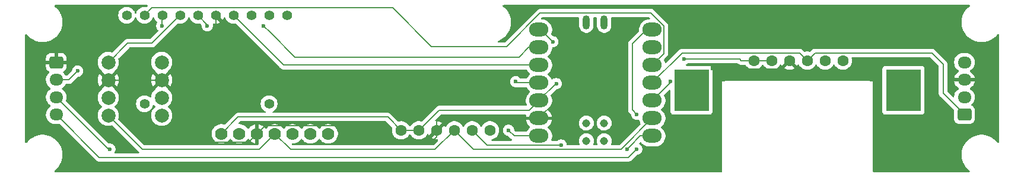
<source format=gbr>
%TF.GenerationSoftware,KiCad,Pcbnew,9.0.0*%
%TF.CreationDate,2025-03-07T17:00:57+09:00*%
%TF.ProjectId,Airdata,41697264-6174-4612-9e6b-696361645f70,rev?*%
%TF.SameCoordinates,Original*%
%TF.FileFunction,Copper,L1,Top*%
%TF.FilePolarity,Positive*%
%FSLAX46Y46*%
G04 Gerber Fmt 4.6, Leading zero omitted, Abs format (unit mm)*
G04 Created by KiCad (PCBNEW 9.0.0) date 2025-03-07 17:00:57*
%MOMM*%
%LPD*%
G01*
G04 APERTURE LIST*
G04 Aperture macros list*
%AMRoundRect*
0 Rectangle with rounded corners*
0 $1 Rounding radius*
0 $2 $3 $4 $5 $6 $7 $8 $9 X,Y pos of 4 corners*
0 Add a 4 corners polygon primitive as box body*
4,1,4,$2,$3,$4,$5,$6,$7,$8,$9,$2,$3,0*
0 Add four circle primitives for the rounded corners*
1,1,$1+$1,$2,$3*
1,1,$1+$1,$4,$5*
1,1,$1+$1,$6,$7*
1,1,$1+$1,$8,$9*
0 Add four rect primitives between the rounded corners*
20,1,$1+$1,$2,$3,$4,$5,0*
20,1,$1+$1,$4,$5,$6,$7,0*
20,1,$1+$1,$6,$7,$8,$9,0*
20,1,$1+$1,$8,$9,$2,$3,0*%
G04 Aperture macros list end*
%TA.AperFunction,ComponentPad*%
%ADD10RoundRect,0.250000X0.725000X-0.600000X0.725000X0.600000X-0.725000X0.600000X-0.725000X-0.600000X0*%
%TD*%
%TA.AperFunction,ComponentPad*%
%ADD11O,1.950000X1.700000*%
%TD*%
%TA.AperFunction,ComponentPad*%
%ADD12C,1.600000*%
%TD*%
%TA.AperFunction,ComponentPad*%
%ADD13C,2.000000*%
%TD*%
%TA.AperFunction,SMDPad,CuDef*%
%ADD14R,5.000000X6.000000*%
%TD*%
%TA.AperFunction,ComponentPad*%
%ADD15C,1.778000*%
%TD*%
%TA.AperFunction,SMDPad,CuDef*%
%ADD16O,2.748280X1.998980*%
%TD*%
%TA.AperFunction,SMDPad,CuDef*%
%ADD17O,1.016000X2.032000*%
%TD*%
%TA.AperFunction,SMDPad,CuDef*%
%ADD18C,1.143000*%
%TD*%
%TA.AperFunction,ComponentPad*%
%ADD19RoundRect,0.250000X-0.725000X0.600000X-0.725000X-0.600000X0.725000X-0.600000X0.725000X0.600000X0*%
%TD*%
%TA.AperFunction,ComponentPad*%
%ADD20C,1.400000*%
%TD*%
%TA.AperFunction,ViaPad*%
%ADD21C,0.600000*%
%TD*%
%TA.AperFunction,Conductor*%
%ADD22C,0.200000*%
%TD*%
G04 APERTURE END LIST*
D10*
%TO.P,PitoTube,1,Pin_1*%
%TO.N,/SCL1*%
X214550000Y-66250000D03*
D11*
%TO.P,PitoTube,2,Pin_2*%
%TO.N,+3V3*%
X214550000Y-63750000D03*
%TO.P,PitoTube,3,Pin_3*%
%TO.N,GND*%
X214550000Y-61250000D03*
%TO.P,PitoTube,4,Pin_4*%
%TO.N,/SDA1*%
X214550000Y-58750000D03*
%TD*%
D12*
%TO.P,AS5600,1,5V*%
%TO.N,+3V3*%
X134150000Y-68500000D03*
%TO.P,AS5600,2,3V3*%
X136690000Y-68500000D03*
%TO.P,AS5600,3,GND*%
%TO.N,GND*%
X139230000Y-68500000D03*
%TO.P,AS5600,4,SCL*%
%TO.N,/SCL*%
X141770000Y-68500000D03*
%TO.P,AS5600,5,SDA*%
%TO.N,/SDA*%
X144310000Y-68500000D03*
%TO.P,AS5600,6,OUT*%
%TO.N,unconnected-(U4-OUT-Pad6)*%
X146850000Y-68500000D03*
%TD*%
D13*
%TO.P,U2,1,VIN*%
%TO.N,+3V3*%
X92380000Y-58750000D03*
%TO.P,U2,2,GND*%
%TO.N,GND*%
X92380000Y-61290000D03*
%TO.P,U2,3,SDA*%
%TO.N,/SDA*%
X92380000Y-63830000D03*
%TO.P,U2,4,SCL*%
%TO.N,/SCL*%
X92380000Y-66370000D03*
%TO.P,U2,5,RESET*%
%TO.N,unconnected-(U2-RESET-Pad5)*%
X100000000Y-66370000D03*
%TO.P,U2,6,INT*%
%TO.N,unconnected-(U2-INT-Pad6)*%
X100000000Y-63830000D03*
%TO.P,U2,7,GND*%
%TO.N,GND*%
X100000000Y-61290000D03*
%TO.P,U2,8,VOUT*%
%TO.N,unconnected-(U2-VOUT-Pad8)*%
X100000000Y-58750000D03*
%TD*%
D12*
%TO.P,AoA,1,5V*%
%TO.N,+3V3*%
X184500000Y-58500000D03*
%TO.P,AoA,2,3V3*%
X187040000Y-58500000D03*
%TO.P,AoA,3,GND*%
%TO.N,GND*%
X189580000Y-58500000D03*
%TO.P,AoA,4,SCL*%
%TO.N,/SCL1*%
X192120000Y-58500000D03*
%TO.P,AoA,5,SDA*%
%TO.N,/SDA1*%
X194660000Y-58500000D03*
%TO.P,AoA,6,OUT*%
%TO.N,unconnected-(U3-OUT-Pad6)*%
X197200000Y-58500000D03*
%TD*%
D14*
%TO.P,REF\u002A\u002A,*%
%TO.N,*%
X205850000Y-62750000D03*
%TD*%
D15*
%TO.P,DPS310-Adafruits1,1,VIN*%
%TO.N,+3V3*%
X108510000Y-69000000D03*
%TO.P,DPS310-Adafruits1,2,3V3*%
%TO.N,unconnected-(DPS310-Adafruits1-3V3-Pad2)*%
X111050000Y-69000000D03*
%TO.P,DPS310-Adafruits1,3,GND*%
%TO.N,GND*%
X113590000Y-69000000D03*
%TO.P,DPS310-Adafruits1,4,SCK*%
%TO.N,/SCL*%
X116130000Y-69000000D03*
%TO.P,DPS310-Adafruits1,5,SDO*%
%TO.N,unconnected-(DPS310-Adafruits1-SDO-Pad5)*%
X118670000Y-69000000D03*
%TO.P,DPS310-Adafruits1,6,SDI*%
%TO.N,/SDA*%
X121210000Y-69000000D03*
%TO.P,DPS310-Adafruits1,7,CS*%
%TO.N,unconnected-(DPS310-Adafruits1-CS-Pad7)*%
X123750000Y-69000000D03*
%TD*%
D14*
%TO.P,REF\u002A\u002A,*%
%TO.N,*%
X175600000Y-62750000D03*
%TD*%
D16*
%TO.P,U1,1,PA02_A0_D0*%
%TO.N,/SDA*%
X170000000Y-69317820D03*
%TO.P,U1,2,PA4_A1_D1*%
%TO.N,/SCL*%
X170000000Y-66777820D03*
%TO.P,U1,3,PA10_A2_D2*%
%TO.N,/SDA1*%
X170000000Y-64237820D03*
%TO.P,U1,4,PA11_A3_D3*%
%TO.N,/SCL1*%
X170000000Y-61697820D03*
%TO.P,U1,5,PA8_A4_D4_SDA*%
%TO.N,/SS*%
X170000000Y-59157820D03*
%TO.P,U1,6,PA9_A5_D5_SCL*%
%TO.N,unconnected-(U1-PA9_A5_D5_SCL-Pad6)*%
X170000000Y-56617820D03*
%TO.P,U1,7,PB08_A6_D6_TX*%
%TO.N,/RRXT*%
X170000000Y-54077820D03*
%TO.P,U1,8,PB09_A7_D7_RX*%
%TO.N,/RTXR*%
X153835440Y-54077820D03*
%TO.P,U1,9,PA7_A8_D8_SCK*%
%TO.N,Net-(J1-CLK)*%
X153835440Y-56617820D03*
%TO.P,U1,10,PA5_A9_D9_MISO*%
%TO.N,Net-(J1-DAT0)*%
X153835440Y-59157820D03*
%TO.P,U1,11,PA6_A10_D10_MOSI*%
%TO.N,Net-(J1-CMD)*%
X153835440Y-61697820D03*
%TO.P,U1,12,3V3*%
%TO.N,+3V3*%
X153835440Y-64237820D03*
%TO.P,U1,13,GND*%
%TO.N,GND*%
X153835440Y-66777820D03*
%TO.P,U1,14,5V*%
%TO.N,+5V*%
X153835440Y-69317820D03*
D17*
%TO.P,U1,15*%
%TO.N,N/C*%
X163133120Y-53000000D03*
%TO.P,U1,16*%
X160583120Y-53000000D03*
D18*
%TO.P,U1,17*%
X163134317Y-70004187D03*
%TO.P,U1,18*%
X160594317Y-70004187D03*
%TO.P,U1,19*%
X163134317Y-67464187D03*
%TO.P,U1,20*%
X160594317Y-67464187D03*
%TD*%
D19*
%TO.P,Air-UART,1,Pin_1*%
%TO.N,GND*%
X84950000Y-58750000D03*
D11*
%TO.P,Air-UART,2,Pin_2*%
%TO.N,+5V*%
X84950000Y-61250000D03*
%TO.P,Air-UART,3,Pin_3*%
%TO.N,/RTXR*%
X84950000Y-63750000D03*
%TO.P,Air-UART,4,Pin_4*%
%TO.N,/RRXT*%
X84950000Y-66250000D03*
%TD*%
D20*
%TO.P,J1,1,DAT2*%
%TO.N,unconnected-(J1-DAT2-Pad1)*%
X95000000Y-52000000D03*
%TO.P,J1,2,DAT3/CD*%
%TO.N,/SS*%
X97540000Y-52000000D03*
%TO.P,J1,3,CMD*%
%TO.N,Net-(J1-CMD)*%
X100080000Y-52000000D03*
%TO.P,J1,4,VDD*%
%TO.N,+3V3*%
X102620000Y-52000000D03*
%TO.P,J1,5,CLK*%
%TO.N,Net-(J1-CLK)*%
X105160000Y-52000000D03*
%TO.P,J1,6,VSS*%
%TO.N,GND*%
X107700000Y-52000000D03*
%TO.P,J1,7,DAT0*%
%TO.N,Net-(J1-DAT0)*%
X110240000Y-52000000D03*
%TO.P,J1,8,DAT1*%
%TO.N,unconnected-(J1-DAT1-Pad8)*%
X112780000Y-52000000D03*
%TO.P,J1,9,DET_B*%
%TO.N,unconnected-(J1-DET_B-Pad9)*%
X115320000Y-52000000D03*
%TO.P,J1,10,DET_A*%
%TO.N,unconnected-(J1-DET_A-Pad10)*%
X117860000Y-52000000D03*
%TO.P,J1,11,SHIELD*%
%TO.N,unconnected-(J1-SHIELD-Pad11)*%
X115320000Y-64700000D03*
%TO.P,J1,13*%
%TO.N,N/C*%
X97540000Y-64700000D03*
%TD*%
D21*
%TO.N,Net-(J1-CLK)*%
X106500000Y-53500000D03*
X114500000Y-53500000D03*
%TO.N,+3V3*%
X174500000Y-58300000D03*
X156300000Y-61800000D03*
%TO.N,Net-(J1-CMD)*%
X150500000Y-61500000D03*
X100000000Y-53500000D03*
%TO.N,GND*%
X178593198Y-59667800D03*
X156300000Y-64300000D03*
%TO.N,/RTXR*%
X92600000Y-71200000D03*
X155800000Y-55800000D03*
%TO.N,+5V*%
X88000000Y-60000000D03*
X149500000Y-68500000D03*
%TO.N,/RRXT*%
X167800000Y-71200000D03*
X167800000Y-66200000D03*
%TO.N,/SDA*%
X166413175Y-71213175D03*
X156982690Y-70617310D03*
%TO.N,/SDA1*%
X172599998Y-61525000D03*
%TD*%
D22*
%TO.N,/SS*%
X132930000Y-50930000D02*
X98610000Y-50930000D01*
X171674140Y-53539554D02*
X169818586Y-51684000D01*
X149184000Y-56500000D02*
X138500000Y-56500000D01*
X98610000Y-50930000D02*
X97540000Y-52000000D01*
X154000000Y-51684000D02*
X149184000Y-56500000D01*
X169818586Y-51684000D02*
X154000000Y-51684000D01*
X171674140Y-57483680D02*
X171674140Y-53539554D01*
X138500000Y-56500000D02*
X132930000Y-50930000D01*
X170000000Y-59157820D02*
X171674140Y-57483680D01*
%TO.N,Net-(J1-DAT0)*%
X117397820Y-59157820D02*
X110240000Y-52000000D01*
X153835440Y-59157820D02*
X117397820Y-59157820D01*
%TO.N,Net-(J1-CLK)*%
X105160000Y-52000000D02*
X106500000Y-53340000D01*
X106500000Y-53340000D02*
X106500000Y-53500000D01*
X105000000Y-52000000D02*
X105160000Y-52000000D01*
X115500000Y-54500000D02*
X114500000Y-53500000D01*
X119000000Y-58000000D02*
X151000000Y-58000000D01*
X152382180Y-56617820D02*
X153835440Y-56617820D01*
X115500000Y-54500000D02*
X119000000Y-58000000D01*
X151000000Y-58000000D02*
X152382180Y-56617820D01*
%TO.N,+3V3*%
X182700000Y-58500000D02*
X184500000Y-58500000D01*
X108510000Y-69000000D02*
X110910000Y-66600000D01*
X184500000Y-58500000D02*
X187040000Y-58500000D01*
X182500000Y-58300000D02*
X182700000Y-58500000D01*
X95130000Y-56000000D02*
X98600000Y-56000000D01*
X134150000Y-68500000D02*
X136690000Y-68500000D01*
X139590000Y-65600000D02*
X136690000Y-68500000D01*
X152473260Y-65600000D02*
X139590000Y-65600000D01*
X92380000Y-58750000D02*
X95130000Y-56000000D01*
X132250000Y-66600000D02*
X134150000Y-68500000D01*
X102600000Y-52000000D02*
X102620000Y-52000000D01*
X153835440Y-64237820D02*
X156273260Y-61800000D01*
X153835440Y-64237820D02*
X152473260Y-65600000D01*
X110910000Y-66600000D02*
X132250000Y-66600000D01*
X98600000Y-56000000D02*
X102600000Y-52000000D01*
X156273260Y-61800000D02*
X156300000Y-61800000D01*
X174500000Y-58300000D02*
X182500000Y-58300000D01*
%TO.N,Net-(J1-CMD)*%
X100000000Y-53500000D02*
X100000000Y-52080000D01*
X150500000Y-61500000D02*
X150697820Y-61697820D01*
X100000000Y-52080000D02*
X100080000Y-52000000D01*
X150697820Y-61697820D02*
X153835440Y-61697820D01*
X100080000Y-53420000D02*
X100000000Y-53500000D01*
%TO.N,GND*%
X89840000Y-58750000D02*
X92380000Y-61290000D01*
X96220000Y-57450000D02*
X92380000Y-61290000D01*
X153835440Y-66777820D02*
X139692180Y-66777820D01*
X107700000Y-53590000D02*
X107700000Y-52000000D01*
X84950000Y-58750000D02*
X89840000Y-58750000D01*
X100000000Y-61290000D02*
X107700000Y-53590000D01*
X94000000Y-62910000D02*
X94000000Y-65750000D01*
X139230000Y-69420000D02*
X138650000Y-70000000D01*
X178625398Y-59700000D02*
X188380000Y-59700000D01*
X114779000Y-67811000D02*
X113590000Y-69000000D01*
X178593198Y-59667800D02*
X178625398Y-59700000D01*
X156300000Y-64300000D02*
X156300000Y-64313260D01*
X138650000Y-70000000D02*
X127000000Y-70000000D01*
X124811000Y-67811000D02*
X114779000Y-67811000D01*
X92380000Y-61290000D02*
X94000000Y-62910000D01*
X98439000Y-70189000D02*
X112401000Y-70189000D01*
X139230000Y-67240000D02*
X139230000Y-68500000D01*
X139230000Y-68500000D02*
X139230000Y-69420000D01*
X112401000Y-70189000D02*
X113590000Y-69000000D01*
X94000000Y-65750000D02*
X98439000Y-70189000D01*
X156300000Y-64313260D02*
X153835440Y-66777820D01*
X188380000Y-59700000D02*
X189580000Y-58500000D01*
X127000000Y-70000000D02*
X124811000Y-67811000D01*
X139692180Y-66777820D02*
X139230000Y-67240000D01*
X100000000Y-61290000D02*
X92380000Y-61290000D01*
%TO.N,/RTXR*%
X155800000Y-55800000D02*
X154077820Y-54077820D01*
X85000000Y-63750000D02*
X84950000Y-63750000D01*
X154077820Y-54077820D02*
X153835440Y-54077820D01*
X84950000Y-63750000D02*
X92400000Y-71200000D01*
X92400000Y-71200000D02*
X92600000Y-71200000D01*
%TO.N,+5V*%
X150317820Y-69317820D02*
X153835440Y-69317820D01*
X149500000Y-68500000D02*
X150317820Y-69317820D01*
X86750000Y-61250000D02*
X88000000Y-60000000D01*
X84950000Y-61250000D02*
X86750000Y-61250000D01*
%TO.N,/RRXT*%
X169175160Y-54077820D02*
X170000000Y-54077820D01*
X91100000Y-72400000D02*
X84950000Y-66250000D01*
X166600000Y-72400000D02*
X91100000Y-72400000D01*
X167800000Y-71200000D02*
X166600000Y-72400000D01*
X167800000Y-66200000D02*
X167150000Y-65550000D01*
X167150000Y-56102980D02*
X169175160Y-54077820D01*
X167150000Y-65550000D02*
X167150000Y-56102980D01*
%TO.N,/SCL*%
X144520000Y-71250000D02*
X141770000Y-68500000D01*
X165527820Y-71250000D02*
X144520000Y-71250000D01*
X170000000Y-66777820D02*
X165527820Y-71250000D01*
X97260000Y-71250000D02*
X92380000Y-66370000D01*
X139020000Y-71250000D02*
X118380000Y-71250000D01*
X113880000Y-71250000D02*
X97260000Y-71250000D01*
X118380000Y-71250000D02*
X116130000Y-69000000D01*
X116130000Y-69000000D02*
X113880000Y-71250000D01*
X141770000Y-68500000D02*
X139020000Y-71250000D01*
%TO.N,/SDA*%
X156982690Y-70617310D02*
X146427310Y-70617310D01*
X166813175Y-70813175D02*
X166413175Y-71213175D01*
X166838175Y-70788175D02*
X168308530Y-69317820D01*
X166813175Y-70813175D02*
X166838175Y-70788175D01*
X168308530Y-69317820D02*
X170000000Y-69317820D01*
X146427310Y-70617310D02*
X144310000Y-68500000D01*
%TO.N,/SCL1*%
X174297820Y-57400000D02*
X191020000Y-57400000D01*
X191020000Y-57400000D02*
X192120000Y-58500000D01*
X211500000Y-63200000D02*
X214550000Y-66250000D01*
X192120000Y-58500000D02*
X193220000Y-57400000D01*
X209900000Y-57400000D02*
X211500000Y-59000000D01*
X170000000Y-61697820D02*
X174297820Y-57400000D01*
X193220000Y-57400000D02*
X209900000Y-57400000D01*
X211500000Y-59000000D02*
X211500000Y-63200000D01*
%TO.N,/SDA1*%
X170012180Y-64237820D02*
X170000000Y-64237820D01*
X172599998Y-61650002D02*
X170012180Y-64237820D01*
X172599998Y-61525000D02*
X172599998Y-61650002D01*
%TD*%
%TA.AperFunction,Conductor*%
%TO.N,GND*%
G36*
X97957940Y-50520185D02*
G01*
X98003695Y-50572989D01*
X98013639Y-50642147D01*
X97984614Y-50705703D01*
X97978590Y-50712172D01*
X97915463Y-50775299D01*
X97900829Y-50789934D01*
X97839505Y-50823418D01*
X97793750Y-50824725D01*
X97634486Y-50799500D01*
X97634481Y-50799500D01*
X97445519Y-50799500D01*
X97445514Y-50799500D01*
X97258881Y-50829059D01*
X97079163Y-50887454D01*
X96910800Y-50973240D01*
X96823579Y-51036610D01*
X96757927Y-51084310D01*
X96757925Y-51084312D01*
X96757924Y-51084312D01*
X96624312Y-51217924D01*
X96624312Y-51217925D01*
X96624310Y-51217927D01*
X96582775Y-51275095D01*
X96513240Y-51370800D01*
X96427454Y-51539163D01*
X96387931Y-51660803D01*
X96348493Y-51718478D01*
X96284134Y-51745676D01*
X96215288Y-51733761D01*
X96163812Y-51686516D01*
X96152069Y-51660803D01*
X96120337Y-51563144D01*
X96112547Y-51539168D01*
X96112545Y-51539165D01*
X96112545Y-51539163D01*
X96026759Y-51370800D01*
X96010121Y-51347900D01*
X95915690Y-51217927D01*
X95782073Y-51084310D01*
X95629199Y-50973240D01*
X95460836Y-50887454D01*
X95281118Y-50829059D01*
X95094486Y-50799500D01*
X95094481Y-50799500D01*
X94905519Y-50799500D01*
X94905514Y-50799500D01*
X94718881Y-50829059D01*
X94539163Y-50887454D01*
X94370800Y-50973240D01*
X94283579Y-51036610D01*
X94217927Y-51084310D01*
X94217925Y-51084312D01*
X94217924Y-51084312D01*
X94084312Y-51217924D01*
X94084312Y-51217925D01*
X94084310Y-51217927D01*
X94042775Y-51275095D01*
X93973240Y-51370800D01*
X93887454Y-51539163D01*
X93829059Y-51718881D01*
X93799500Y-51905513D01*
X93799500Y-52094486D01*
X93829059Y-52281118D01*
X93887454Y-52460836D01*
X93973107Y-52628937D01*
X93973240Y-52629199D01*
X94084310Y-52782073D01*
X94217927Y-52915690D01*
X94370801Y-53026760D01*
X94417541Y-53050575D01*
X94539163Y-53112545D01*
X94539165Y-53112545D01*
X94539168Y-53112547D01*
X94635497Y-53143846D01*
X94718881Y-53170940D01*
X94905514Y-53200500D01*
X94905519Y-53200500D01*
X95094486Y-53200500D01*
X95281118Y-53170940D01*
X95282623Y-53170451D01*
X95460832Y-53112547D01*
X95629199Y-53026760D01*
X95782073Y-52915690D01*
X95915690Y-52782073D01*
X96026760Y-52629199D01*
X96112547Y-52460832D01*
X96152069Y-52339195D01*
X96191507Y-52281521D01*
X96255866Y-52254323D01*
X96324712Y-52266238D01*
X96376188Y-52313482D01*
X96387930Y-52339194D01*
X96398793Y-52372627D01*
X96427454Y-52460836D01*
X96513107Y-52628937D01*
X96513240Y-52629199D01*
X96624310Y-52782073D01*
X96757927Y-52915690D01*
X96910801Y-53026760D01*
X96957541Y-53050575D01*
X97079163Y-53112545D01*
X97079165Y-53112545D01*
X97079168Y-53112547D01*
X97175497Y-53143846D01*
X97258881Y-53170940D01*
X97445514Y-53200500D01*
X97445519Y-53200500D01*
X97634486Y-53200500D01*
X97821118Y-53170940D01*
X97822623Y-53170451D01*
X98000832Y-53112547D01*
X98169199Y-53026760D01*
X98322073Y-52915690D01*
X98455690Y-52782073D01*
X98566760Y-52629199D01*
X98652547Y-52460832D01*
X98692069Y-52339195D01*
X98731507Y-52281521D01*
X98795866Y-52254323D01*
X98864712Y-52266238D01*
X98916188Y-52313482D01*
X98927930Y-52339194D01*
X98938793Y-52372627D01*
X98967454Y-52460836D01*
X99053107Y-52628937D01*
X99053240Y-52629199D01*
X99164310Y-52782073D01*
X99164312Y-52782075D01*
X99301372Y-52919135D01*
X99300329Y-52920177D01*
X99334931Y-52973172D01*
X99335437Y-53043040D01*
X99319313Y-53077857D01*
X99290608Y-53120816D01*
X99290602Y-53120827D01*
X99230264Y-53266498D01*
X99230261Y-53266510D01*
X99199500Y-53421153D01*
X99199500Y-53578846D01*
X99230261Y-53733489D01*
X99230264Y-53733501D01*
X99290602Y-53879172D01*
X99290609Y-53879185D01*
X99378210Y-54010288D01*
X99378213Y-54010292D01*
X99471661Y-54103740D01*
X99505146Y-54165063D01*
X99500162Y-54234755D01*
X99471661Y-54279102D01*
X98387584Y-55363181D01*
X98326261Y-55396666D01*
X98299903Y-55399500D01*
X95050942Y-55399500D01*
X94898213Y-55440423D01*
X94850598Y-55467915D01*
X94850597Y-55467915D01*
X94761287Y-55519477D01*
X94761282Y-55519481D01*
X94649478Y-55631286D01*
X92983563Y-57297200D01*
X92922240Y-57330685D01*
X92857564Y-57327450D01*
X92731370Y-57286447D01*
X92498097Y-57249500D01*
X92498092Y-57249500D01*
X92261908Y-57249500D01*
X92261903Y-57249500D01*
X92028631Y-57286446D01*
X91804003Y-57359433D01*
X91593566Y-57466657D01*
X91484550Y-57545862D01*
X91402490Y-57605483D01*
X91402488Y-57605485D01*
X91402487Y-57605485D01*
X91235485Y-57772487D01*
X91235485Y-57772488D01*
X91235483Y-57772490D01*
X91223873Y-57788470D01*
X91096657Y-57963566D01*
X90989433Y-58174003D01*
X90916446Y-58398631D01*
X90879500Y-58631902D01*
X90879500Y-58868097D01*
X90916446Y-59101368D01*
X90989433Y-59325996D01*
X91081998Y-59507664D01*
X91096657Y-59536433D01*
X91235483Y-59727510D01*
X91402490Y-59894517D01*
X91461716Y-59937547D01*
X91504381Y-59992875D01*
X91512448Y-60047593D01*
X91510893Y-60067340D01*
X92250591Y-60807037D01*
X92187007Y-60824075D01*
X92072993Y-60889901D01*
X91979901Y-60982993D01*
X91914075Y-61097007D01*
X91897037Y-61160591D01*
X91157340Y-60420894D01*
X91097084Y-60503830D01*
X90989897Y-60714197D01*
X90916934Y-60938752D01*
X90880000Y-61171947D01*
X90880000Y-61408052D01*
X90916934Y-61641247D01*
X90989897Y-61865802D01*
X91097087Y-62076174D01*
X91157338Y-62159104D01*
X91157340Y-62159105D01*
X91897037Y-61419408D01*
X91914075Y-61482993D01*
X91979901Y-61597007D01*
X92072993Y-61690099D01*
X92187007Y-61755925D01*
X92250590Y-61772962D01*
X91510893Y-62512658D01*
X91512448Y-62532405D01*
X91498084Y-62600783D01*
X91461717Y-62642451D01*
X91402490Y-62685482D01*
X91235485Y-62852487D01*
X91235485Y-62852488D01*
X91235483Y-62852490D01*
X91184376Y-62922832D01*
X91096657Y-63043566D01*
X90989433Y-63254003D01*
X90916446Y-63478631D01*
X90879500Y-63711902D01*
X90879500Y-63948097D01*
X90916446Y-64181368D01*
X90989433Y-64405996D01*
X91059930Y-64544352D01*
X91096657Y-64616433D01*
X91235483Y-64807510D01*
X91402490Y-64974517D01*
X91437127Y-64999683D01*
X91479792Y-65055013D01*
X91485771Y-65124626D01*
X91453165Y-65186421D01*
X91437130Y-65200315D01*
X91419365Y-65213222D01*
X91402488Y-65225484D01*
X91235485Y-65392487D01*
X91235485Y-65392488D01*
X91235483Y-65392490D01*
X91178486Y-65470939D01*
X91096657Y-65583566D01*
X90989433Y-65794003D01*
X90916446Y-66018631D01*
X90879500Y-66251902D01*
X90879500Y-66488097D01*
X90916446Y-66721368D01*
X90989433Y-66945996D01*
X91082653Y-67128949D01*
X91096657Y-67156433D01*
X91235483Y-67347510D01*
X91402490Y-67514517D01*
X91593567Y-67653343D01*
X91663589Y-67689021D01*
X91804003Y-67760566D01*
X91804005Y-67760566D01*
X91804008Y-67760568D01*
X91902432Y-67792548D01*
X92028631Y-67833553D01*
X92261903Y-67870500D01*
X92261908Y-67870500D01*
X92498097Y-67870500D01*
X92604126Y-67853705D01*
X92731368Y-67833553D01*
X92857566Y-67792547D01*
X92927404Y-67790553D01*
X92983563Y-67822798D01*
X96748584Y-71587819D01*
X96782069Y-71649142D01*
X96777085Y-71718834D01*
X96735213Y-71774767D01*
X96669749Y-71799184D01*
X96660903Y-71799500D01*
X93394168Y-71799500D01*
X93327129Y-71779815D01*
X93281374Y-71727011D01*
X93271430Y-71657853D01*
X93291067Y-71606608D01*
X93309389Y-71579187D01*
X93309390Y-71579184D01*
X93309394Y-71579179D01*
X93369737Y-71433497D01*
X93400500Y-71278842D01*
X93400500Y-71121158D01*
X93400500Y-71121155D01*
X93400499Y-71121153D01*
X93369738Y-70966510D01*
X93369737Y-70966503D01*
X93369735Y-70966498D01*
X93309397Y-70820827D01*
X93309390Y-70820814D01*
X93221789Y-70689711D01*
X93221786Y-70689707D01*
X93110292Y-70578213D01*
X93110288Y-70578210D01*
X92979185Y-70490609D01*
X92979172Y-70490602D01*
X92833501Y-70430264D01*
X92833489Y-70430261D01*
X92678845Y-70399500D01*
X92678842Y-70399500D01*
X92521158Y-70399500D01*
X92515096Y-70400097D01*
X92514851Y-70397611D01*
X92456156Y-70392355D01*
X92413884Y-70364649D01*
X86378102Y-64328867D01*
X86344617Y-64267544D01*
X86347851Y-64202874D01*
X86392246Y-64066243D01*
X86425500Y-63856287D01*
X86425500Y-63643713D01*
X86392246Y-63433757D01*
X86326557Y-63231588D01*
X86230051Y-63042184D01*
X86230049Y-63042181D01*
X86230048Y-63042179D01*
X86105109Y-62870213D01*
X85954792Y-62719896D01*
X85897029Y-62677929D01*
X85790204Y-62600316D01*
X85747540Y-62544989D01*
X85741561Y-62475376D01*
X85774166Y-62413580D01*
X85790199Y-62399686D01*
X85954792Y-62280104D01*
X86105104Y-62129792D01*
X86105106Y-62129788D01*
X86105109Y-62129786D01*
X86191928Y-62010288D01*
X86230051Y-61957816D01*
X86230349Y-61957230D01*
X86250235Y-61918205D01*
X86298209Y-61867409D01*
X86360719Y-61850500D01*
X86663331Y-61850500D01*
X86663347Y-61850501D01*
X86670943Y-61850501D01*
X86829054Y-61850501D01*
X86829057Y-61850501D01*
X86981785Y-61809577D01*
X87038421Y-61776878D01*
X87118716Y-61730520D01*
X87230520Y-61618716D01*
X87230520Y-61618714D01*
X87240724Y-61608511D01*
X87240727Y-61608506D01*
X88014662Y-60834572D01*
X88075983Y-60801089D01*
X88078150Y-60800638D01*
X88136085Y-60789113D01*
X88233497Y-60769737D01*
X88353704Y-60719946D01*
X88379172Y-60709397D01*
X88379172Y-60709396D01*
X88379179Y-60709394D01*
X88510289Y-60621789D01*
X88621789Y-60510289D01*
X88709394Y-60379179D01*
X88712975Y-60370535D01*
X88762694Y-60250500D01*
X88769737Y-60233497D01*
X88800500Y-60078842D01*
X88800500Y-59921158D01*
X88800500Y-59921155D01*
X88800499Y-59921153D01*
X88795200Y-59894514D01*
X88769737Y-59766503D01*
X88749397Y-59717397D01*
X88709397Y-59620827D01*
X88709390Y-59620814D01*
X88621789Y-59489711D01*
X88621786Y-59489707D01*
X88510292Y-59378213D01*
X88510288Y-59378210D01*
X88379185Y-59290609D01*
X88379172Y-59290602D01*
X88233501Y-59230264D01*
X88233489Y-59230261D01*
X88078845Y-59199500D01*
X88078842Y-59199500D01*
X87921158Y-59199500D01*
X87921155Y-59199500D01*
X87766510Y-59230261D01*
X87766498Y-59230264D01*
X87620827Y-59290602D01*
X87620814Y-59290609D01*
X87489711Y-59378210D01*
X87489707Y-59378213D01*
X87378213Y-59489707D01*
X87378210Y-59489711D01*
X87290609Y-59620814D01*
X87290602Y-59620827D01*
X87230264Y-59766498D01*
X87230261Y-59766508D01*
X87199361Y-59921850D01*
X87166976Y-59983761D01*
X87165425Y-59985339D01*
X86537584Y-60613181D01*
X86510656Y-60627884D01*
X86484838Y-60644477D01*
X86478637Y-60645368D01*
X86476261Y-60646666D01*
X86449903Y-60649500D01*
X86360719Y-60649500D01*
X86293680Y-60629815D01*
X86250235Y-60581795D01*
X86230052Y-60542185D01*
X86230051Y-60542184D01*
X86105109Y-60370213D01*
X85965931Y-60231035D01*
X85932446Y-60169712D01*
X85937430Y-60100020D01*
X85979302Y-60044087D01*
X85988516Y-60037815D01*
X86143343Y-59942317D01*
X86267315Y-59818345D01*
X86359356Y-59669124D01*
X86359358Y-59669119D01*
X86414505Y-59502697D01*
X86414506Y-59502690D01*
X86424999Y-59399986D01*
X86425000Y-59399973D01*
X86425000Y-59000000D01*
X85354146Y-59000000D01*
X85392630Y-58933343D01*
X85425000Y-58812535D01*
X85425000Y-58687465D01*
X85392630Y-58566657D01*
X85354146Y-58500000D01*
X86424999Y-58500000D01*
X86424999Y-58100028D01*
X86424998Y-58100013D01*
X86414505Y-57997302D01*
X86359358Y-57830880D01*
X86359356Y-57830875D01*
X86267315Y-57681654D01*
X86143345Y-57557684D01*
X85994124Y-57465643D01*
X85994119Y-57465641D01*
X85827697Y-57410494D01*
X85827690Y-57410493D01*
X85724986Y-57400000D01*
X85200000Y-57400000D01*
X85200000Y-58345854D01*
X85133343Y-58307370D01*
X85012535Y-58275000D01*
X84887465Y-58275000D01*
X84766657Y-58307370D01*
X84700000Y-58345854D01*
X84700000Y-57400000D01*
X84175028Y-57400000D01*
X84175012Y-57400001D01*
X84072302Y-57410494D01*
X83905880Y-57465641D01*
X83905875Y-57465643D01*
X83756654Y-57557684D01*
X83632684Y-57681654D01*
X83540643Y-57830875D01*
X83540641Y-57830880D01*
X83485494Y-57997302D01*
X83485493Y-57997309D01*
X83475000Y-58100013D01*
X83475000Y-58500000D01*
X84545854Y-58500000D01*
X84507370Y-58566657D01*
X84475000Y-58687465D01*
X84475000Y-58812535D01*
X84507370Y-58933343D01*
X84545854Y-59000000D01*
X83475001Y-59000000D01*
X83475001Y-59399986D01*
X83485494Y-59502697D01*
X83540641Y-59669119D01*
X83540643Y-59669124D01*
X83632684Y-59818345D01*
X83756654Y-59942315D01*
X83911484Y-60037815D01*
X83958208Y-60089763D01*
X83969431Y-60158726D01*
X83941587Y-60222808D01*
X83934069Y-60231035D01*
X83794889Y-60370215D01*
X83669951Y-60542179D01*
X83573444Y-60731585D01*
X83573443Y-60731587D01*
X83573443Y-60731588D01*
X83565750Y-60755264D01*
X83507753Y-60933760D01*
X83474500Y-61143713D01*
X83474500Y-61356286D01*
X83486746Y-61433608D01*
X83507754Y-61566243D01*
X83562098Y-61733497D01*
X83573444Y-61768414D01*
X83669951Y-61957820D01*
X83794890Y-62129786D01*
X83945209Y-62280105D01*
X83945214Y-62280109D01*
X84109793Y-62399682D01*
X84152459Y-62455011D01*
X84158438Y-62524625D01*
X84125833Y-62586420D01*
X84109793Y-62600318D01*
X83945214Y-62719890D01*
X83945209Y-62719894D01*
X83794890Y-62870213D01*
X83669951Y-63042179D01*
X83573444Y-63231585D01*
X83507753Y-63433760D01*
X83474500Y-63643713D01*
X83474500Y-63856287D01*
X83507754Y-64066243D01*
X83563939Y-64239163D01*
X83573444Y-64268414D01*
X83669951Y-64457820D01*
X83794890Y-64629786D01*
X83945209Y-64780105D01*
X83945214Y-64780109D01*
X84109793Y-64899682D01*
X84152459Y-64955011D01*
X84158438Y-65024625D01*
X84125833Y-65086420D01*
X84109793Y-65100318D01*
X83945214Y-65219890D01*
X83945209Y-65219894D01*
X83794890Y-65370213D01*
X83669951Y-65542179D01*
X83573444Y-65731585D01*
X83507753Y-65933760D01*
X83486276Y-66069360D01*
X83474500Y-66143713D01*
X83474500Y-66356287D01*
X83507754Y-66566243D01*
X83558157Y-66721368D01*
X83573444Y-66768414D01*
X83669951Y-66957820D01*
X83794890Y-67129786D01*
X83945213Y-67280109D01*
X84117179Y-67405048D01*
X84117181Y-67405049D01*
X84117184Y-67405051D01*
X84306588Y-67501557D01*
X84508757Y-67567246D01*
X84718713Y-67600500D01*
X84718714Y-67600500D01*
X85181285Y-67600500D01*
X85181287Y-67600500D01*
X85351949Y-67573469D01*
X85421240Y-67582423D01*
X85459026Y-67608261D01*
X90615139Y-72764374D01*
X90615149Y-72764385D01*
X90619479Y-72768715D01*
X90619480Y-72768716D01*
X90731284Y-72880520D01*
X90731286Y-72880521D01*
X90731290Y-72880524D01*
X90868209Y-72959573D01*
X90868216Y-72959577D01*
X90980019Y-72989534D01*
X91020942Y-73000500D01*
X91020943Y-73000500D01*
X166513331Y-73000500D01*
X166513347Y-73000501D01*
X166520943Y-73000501D01*
X166679054Y-73000501D01*
X166679057Y-73000501D01*
X166831785Y-72959577D01*
X166881904Y-72930639D01*
X166968716Y-72880520D01*
X167080520Y-72768716D01*
X167080520Y-72768714D01*
X167090728Y-72758507D01*
X167090729Y-72758504D01*
X167814662Y-72034572D01*
X167875983Y-72001089D01*
X167878150Y-72000638D01*
X167936085Y-71989113D01*
X168033497Y-71969737D01*
X168179179Y-71909394D01*
X168310289Y-71821789D01*
X168421789Y-71710289D01*
X168509394Y-71579179D01*
X168569737Y-71433497D01*
X168600500Y-71278842D01*
X168600500Y-71121158D01*
X168600500Y-71121155D01*
X168600499Y-71121153D01*
X168569738Y-70966510D01*
X168569737Y-70966503D01*
X168569735Y-70966498D01*
X168509397Y-70820827D01*
X168509390Y-70820814D01*
X168421789Y-70689711D01*
X168421786Y-70689707D01*
X168310292Y-70578213D01*
X168310288Y-70578210D01*
X168188394Y-70496762D01*
X168174883Y-70480595D01*
X168158018Y-70467970D01*
X168152928Y-70454324D01*
X168143589Y-70443149D01*
X168140963Y-70422245D01*
X168133601Y-70402506D01*
X168136696Y-70388274D01*
X168134882Y-70373824D01*
X168143974Y-70354819D01*
X168148453Y-70334233D01*
X168163336Y-70314351D01*
X168165037Y-70310797D01*
X168169585Y-70305998D01*
X168252052Y-70223531D01*
X168313373Y-70190048D01*
X168383065Y-70195032D01*
X168438998Y-70236904D01*
X168440037Y-70238312D01*
X168475920Y-70287701D01*
X168481223Y-70294999D01*
X168648173Y-70461949D01*
X168648178Y-70461953D01*
X168791440Y-70566038D01*
X168839184Y-70600726D01*
X168973230Y-70669026D01*
X169049549Y-70707913D01*
X169049551Y-70707913D01*
X169049554Y-70707915D01*
X169274102Y-70780875D01*
X169507298Y-70817810D01*
X169507299Y-70817810D01*
X170492701Y-70817810D01*
X170492702Y-70817810D01*
X170725898Y-70780875D01*
X170950446Y-70707915D01*
X171160816Y-70600726D01*
X171351828Y-70461948D01*
X171518778Y-70294998D01*
X171657556Y-70103986D01*
X171764745Y-69893616D01*
X171837705Y-69669068D01*
X171874640Y-69435872D01*
X171874640Y-69199768D01*
X171837705Y-68966572D01*
X171764745Y-68742024D01*
X171764743Y-68742021D01*
X171764743Y-68742019D01*
X171693578Y-68602351D01*
X171657556Y-68531654D01*
X171623906Y-68485339D01*
X171518783Y-68340648D01*
X171518779Y-68340643D01*
X171351824Y-68173688D01*
X171316657Y-68148139D01*
X171273991Y-68092810D01*
X171268010Y-68023197D01*
X171300615Y-67961401D01*
X171316657Y-67947501D01*
X171351824Y-67921951D01*
X171351824Y-67921950D01*
X171351828Y-67921948D01*
X171518778Y-67754998D01*
X171657556Y-67563986D01*
X171764745Y-67353616D01*
X171837705Y-67129068D01*
X171874640Y-66895872D01*
X171874640Y-66659768D01*
X171837705Y-66426572D01*
X171764745Y-66202024D01*
X171764743Y-66202021D01*
X171764743Y-66202019D01*
X171722684Y-66119475D01*
X171657556Y-65991654D01*
X171615494Y-65933760D01*
X171518783Y-65800648D01*
X171518779Y-65800643D01*
X171351824Y-65633688D01*
X171316657Y-65608139D01*
X171273991Y-65552810D01*
X171268010Y-65483197D01*
X171300615Y-65421401D01*
X171316657Y-65407501D01*
X171351824Y-65381951D01*
X171351824Y-65381950D01*
X171351828Y-65381948D01*
X171518778Y-65214998D01*
X171657556Y-65023986D01*
X171764745Y-64813616D01*
X171837705Y-64589068D01*
X171874640Y-64355872D01*
X171874640Y-64119768D01*
X171837705Y-63886572D01*
X171764745Y-63662024D01*
X171717201Y-63568714D01*
X171695089Y-63525316D01*
X171682193Y-63456647D01*
X171708469Y-63391906D01*
X171717884Y-63381349D01*
X172387821Y-62711412D01*
X172449142Y-62677929D01*
X172518834Y-62682913D01*
X172574767Y-62724785D01*
X172599184Y-62790249D01*
X172599500Y-62799095D01*
X172599500Y-65797870D01*
X172599501Y-65797876D01*
X172605908Y-65857483D01*
X172656202Y-65992328D01*
X172656206Y-65992335D01*
X172742452Y-66107544D01*
X172742455Y-66107547D01*
X172857664Y-66193793D01*
X172857671Y-66193797D01*
X172992517Y-66244091D01*
X172992516Y-66244091D01*
X172999444Y-66244835D01*
X173052127Y-66250500D01*
X178147872Y-66250499D01*
X178207483Y-66244091D01*
X178342331Y-66193796D01*
X178457546Y-66107546D01*
X178543796Y-65992331D01*
X178594091Y-65857483D01*
X178600500Y-65797873D01*
X178600499Y-59702128D01*
X178594091Y-59642517D01*
X178592533Y-59638341D01*
X178543797Y-59507671D01*
X178543793Y-59507664D01*
X178457547Y-59392455D01*
X178457544Y-59392452D01*
X178342335Y-59306206D01*
X178342328Y-59306202D01*
X178207482Y-59255908D01*
X178207483Y-59255908D01*
X178147883Y-59249501D01*
X178147881Y-59249500D01*
X178147873Y-59249500D01*
X178147865Y-59249500D01*
X174922902Y-59249500D01*
X174855863Y-59229815D01*
X174810108Y-59177011D01*
X174800164Y-59107853D01*
X174829189Y-59044297D01*
X174855773Y-59021242D01*
X174865147Y-59015205D01*
X174879179Y-59009394D01*
X175010289Y-58921789D01*
X175010387Y-58921690D01*
X175012637Y-58920242D01*
X175045193Y-58910652D01*
X175077553Y-58900520D01*
X175079656Y-58900500D01*
X182199902Y-58900500D01*
X182266941Y-58920185D01*
X182287583Y-58936819D01*
X182331284Y-58980520D01*
X182331286Y-58980521D01*
X182331290Y-58980524D01*
X182431056Y-59038123D01*
X182468216Y-59059577D01*
X182620943Y-59100501D01*
X182620945Y-59100501D01*
X182786654Y-59100501D01*
X182786670Y-59100500D01*
X183270398Y-59100500D01*
X183337437Y-59120185D01*
X183380883Y-59168205D01*
X183387715Y-59181614D01*
X183508028Y-59347213D01*
X183652786Y-59491971D01*
X183773226Y-59579474D01*
X183818390Y-59612287D01*
X183929929Y-59669119D01*
X184000776Y-59705218D01*
X184000778Y-59705218D01*
X184000781Y-59705220D01*
X184069383Y-59727510D01*
X184195465Y-59768477D01*
X184255622Y-59778005D01*
X184397648Y-59800500D01*
X184397649Y-59800500D01*
X184602351Y-59800500D01*
X184602352Y-59800500D01*
X184804534Y-59768477D01*
X184999219Y-59705220D01*
X185181610Y-59612287D01*
X185299637Y-59526536D01*
X185347213Y-59491971D01*
X185347215Y-59491968D01*
X185347219Y-59491966D01*
X185491966Y-59347219D01*
X185491968Y-59347215D01*
X185491971Y-59347213D01*
X185612284Y-59181614D01*
X185612286Y-59181611D01*
X185612287Y-59181610D01*
X185619117Y-59168204D01*
X185629566Y-59157140D01*
X185635889Y-59143297D01*
X185653068Y-59132256D01*
X185667091Y-59117409D01*
X185682772Y-59113167D01*
X185694667Y-59105523D01*
X185729602Y-59100500D01*
X185810398Y-59100500D01*
X185877437Y-59120185D01*
X185920883Y-59168205D01*
X185927715Y-59181614D01*
X186048028Y-59347213D01*
X186192786Y-59491971D01*
X186313226Y-59579474D01*
X186358390Y-59612287D01*
X186469929Y-59669119D01*
X186540776Y-59705218D01*
X186540778Y-59705218D01*
X186540781Y-59705220D01*
X186609383Y-59727510D01*
X186735465Y-59768477D01*
X186795622Y-59778005D01*
X186937648Y-59800500D01*
X186937649Y-59800500D01*
X187142351Y-59800500D01*
X187142352Y-59800500D01*
X187344534Y-59768477D01*
X187539219Y-59705220D01*
X187721610Y-59612287D01*
X187839637Y-59526536D01*
X187887213Y-59491971D01*
X187887215Y-59491968D01*
X187887219Y-59491966D01*
X188031966Y-59347219D01*
X188031968Y-59347215D01*
X188031971Y-59347213D01*
X188139289Y-59199500D01*
X188152287Y-59181610D01*
X188199795Y-59088369D01*
X188247769Y-59037573D01*
X188315590Y-59020778D01*
X188381725Y-59043315D01*
X188420765Y-59088369D01*
X188468141Y-59181350D01*
X188468147Y-59181359D01*
X188500523Y-59225921D01*
X188500524Y-59225922D01*
X189088871Y-58637574D01*
X189104755Y-58696853D01*
X189171898Y-58813147D01*
X189266853Y-58908102D01*
X189383147Y-58975245D01*
X189442424Y-58991128D01*
X188854076Y-59579474D01*
X188898650Y-59611859D01*
X189080968Y-59704755D01*
X189275582Y-59767990D01*
X189477683Y-59800000D01*
X189682317Y-59800000D01*
X189884417Y-59767990D01*
X190079031Y-59704755D01*
X190261349Y-59611859D01*
X190305921Y-59579474D01*
X189717575Y-58991128D01*
X189776853Y-58975245D01*
X189893147Y-58908102D01*
X189988102Y-58813147D01*
X190055245Y-58696853D01*
X190071128Y-58637575D01*
X190659474Y-59225921D01*
X190691861Y-59181347D01*
X190691861Y-59181346D01*
X190739234Y-59088371D01*
X190787208Y-59037575D01*
X190855028Y-59020779D01*
X190921164Y-59043316D01*
X190960203Y-59088369D01*
X191007713Y-59181611D01*
X191128028Y-59347213D01*
X191272786Y-59491971D01*
X191393226Y-59579474D01*
X191438390Y-59612287D01*
X191549929Y-59669119D01*
X191620776Y-59705218D01*
X191620778Y-59705218D01*
X191620781Y-59705220D01*
X191689383Y-59727510D01*
X191815465Y-59768477D01*
X191875622Y-59778005D01*
X192017648Y-59800500D01*
X192017649Y-59800500D01*
X192222351Y-59800500D01*
X192222352Y-59800500D01*
X192424534Y-59768477D01*
X192619219Y-59705220D01*
X192801610Y-59612287D01*
X192919637Y-59526536D01*
X192967213Y-59491971D01*
X192967215Y-59491968D01*
X192967219Y-59491966D01*
X193111966Y-59347219D01*
X193111968Y-59347215D01*
X193111971Y-59347213D01*
X193232284Y-59181614D01*
X193232286Y-59181611D01*
X193232287Y-59181610D01*
X193279516Y-59088917D01*
X193327489Y-59038123D01*
X193395310Y-59021328D01*
X193461445Y-59043865D01*
X193500483Y-59088917D01*
X193521465Y-59130095D01*
X193547715Y-59181614D01*
X193668028Y-59347213D01*
X193812786Y-59491971D01*
X193933226Y-59579474D01*
X193978390Y-59612287D01*
X194089929Y-59669119D01*
X194160776Y-59705218D01*
X194160778Y-59705218D01*
X194160781Y-59705220D01*
X194229383Y-59727510D01*
X194355465Y-59768477D01*
X194415622Y-59778005D01*
X194557648Y-59800500D01*
X194557649Y-59800500D01*
X194762351Y-59800500D01*
X194762352Y-59800500D01*
X194964534Y-59768477D01*
X195159219Y-59705220D01*
X195341610Y-59612287D01*
X195459637Y-59526536D01*
X195507213Y-59491971D01*
X195507215Y-59491968D01*
X195507219Y-59491966D01*
X195651966Y-59347219D01*
X195651968Y-59347215D01*
X195651971Y-59347213D01*
X195772284Y-59181614D01*
X195772286Y-59181611D01*
X195772287Y-59181610D01*
X195819516Y-59088917D01*
X195867489Y-59038123D01*
X195935310Y-59021328D01*
X196001445Y-59043865D01*
X196040483Y-59088917D01*
X196061465Y-59130095D01*
X196087715Y-59181614D01*
X196208028Y-59347213D01*
X196352786Y-59491971D01*
X196473226Y-59579474D01*
X196518390Y-59612287D01*
X196629929Y-59669119D01*
X196700776Y-59705218D01*
X196700778Y-59705218D01*
X196700781Y-59705220D01*
X196769383Y-59727510D01*
X196895465Y-59768477D01*
X196955622Y-59778005D01*
X197097648Y-59800500D01*
X197097649Y-59800500D01*
X197302351Y-59800500D01*
X197302352Y-59800500D01*
X197504534Y-59768477D01*
X197699219Y-59705220D01*
X197705274Y-59702135D01*
X202849500Y-59702135D01*
X202849500Y-65797870D01*
X202849501Y-65797876D01*
X202855908Y-65857483D01*
X202906202Y-65992328D01*
X202906206Y-65992335D01*
X202992452Y-66107544D01*
X202992455Y-66107547D01*
X203107664Y-66193793D01*
X203107671Y-66193797D01*
X203242517Y-66244091D01*
X203242516Y-66244091D01*
X203249444Y-66244835D01*
X203302127Y-66250500D01*
X208397872Y-66250499D01*
X208457483Y-66244091D01*
X208592331Y-66193796D01*
X208707546Y-66107546D01*
X208793796Y-65992331D01*
X208844091Y-65857483D01*
X208850500Y-65797873D01*
X208850499Y-59702128D01*
X208844091Y-59642517D01*
X208842533Y-59638341D01*
X208793797Y-59507671D01*
X208793793Y-59507664D01*
X208707547Y-59392455D01*
X208707544Y-59392452D01*
X208592335Y-59306206D01*
X208592328Y-59306202D01*
X208457482Y-59255908D01*
X208457483Y-59255908D01*
X208397883Y-59249501D01*
X208397881Y-59249500D01*
X208397873Y-59249500D01*
X208397864Y-59249500D01*
X203302129Y-59249500D01*
X203302123Y-59249501D01*
X203242516Y-59255908D01*
X203107671Y-59306202D01*
X203107664Y-59306206D01*
X202992455Y-59392452D01*
X202992452Y-59392455D01*
X202906206Y-59507664D01*
X202906202Y-59507671D01*
X202855908Y-59642517D01*
X202849501Y-59702116D01*
X202849501Y-59702123D01*
X202849500Y-59702135D01*
X197705274Y-59702135D01*
X197881610Y-59612287D01*
X197926774Y-59579474D01*
X198047213Y-59491971D01*
X198047215Y-59491968D01*
X198047219Y-59491966D01*
X198191966Y-59347219D01*
X198191968Y-59347215D01*
X198191971Y-59347213D01*
X198258307Y-59255908D01*
X198312287Y-59181610D01*
X198405220Y-58999219D01*
X198468477Y-58804534D01*
X198500500Y-58602352D01*
X198500500Y-58397648D01*
X198468477Y-58195466D01*
X198468475Y-58195462D01*
X198468475Y-58195457D01*
X198457870Y-58162817D01*
X198455875Y-58092976D01*
X198491956Y-58033143D01*
X198554657Y-58002316D01*
X198575801Y-58000500D01*
X209599903Y-58000500D01*
X209666942Y-58020185D01*
X209687584Y-58036819D01*
X210863181Y-59212416D01*
X210896666Y-59273739D01*
X210899500Y-59300097D01*
X210899500Y-63113330D01*
X210899499Y-63113348D01*
X210899499Y-63279054D01*
X210899498Y-63279054D01*
X210927575Y-63383839D01*
X210940423Y-63431785D01*
X210959864Y-63465457D01*
X210996585Y-63529060D01*
X211019479Y-63568714D01*
X211019481Y-63568717D01*
X211138349Y-63687585D01*
X211138355Y-63687590D01*
X213038181Y-65587416D01*
X213071666Y-65648739D01*
X213074500Y-65675097D01*
X213074500Y-66900001D01*
X213074501Y-66900018D01*
X213085000Y-67002796D01*
X213085001Y-67002799D01*
X213126327Y-67127511D01*
X213140186Y-67169334D01*
X213232288Y-67318656D01*
X213356344Y-67442712D01*
X213505666Y-67534814D01*
X213672203Y-67589999D01*
X213774991Y-67600500D01*
X215325008Y-67600499D01*
X215427797Y-67589999D01*
X215594334Y-67534814D01*
X215743656Y-67442712D01*
X215867712Y-67318656D01*
X215959814Y-67169334D01*
X216014999Y-67002797D01*
X216025500Y-66900009D01*
X216025499Y-65599992D01*
X216024911Y-65594240D01*
X216014999Y-65497203D01*
X216014998Y-65497200D01*
X216006296Y-65470939D01*
X215959814Y-65330666D01*
X215867712Y-65181344D01*
X215743656Y-65057288D01*
X215594334Y-64965186D01*
X215594333Y-64965185D01*
X215588878Y-64961821D01*
X215542154Y-64909873D01*
X215530931Y-64840910D01*
X215558775Y-64776828D01*
X215566272Y-64768623D01*
X215705104Y-64629792D01*
X215830051Y-64457816D01*
X215926557Y-64268412D01*
X215992246Y-64066243D01*
X216025500Y-63856287D01*
X216025500Y-63643713D01*
X215992246Y-63433757D01*
X215926557Y-63231588D01*
X215830051Y-63042184D01*
X215830049Y-63042181D01*
X215830048Y-63042179D01*
X215705109Y-62870213D01*
X215554790Y-62719894D01*
X215554785Y-62719890D01*
X215389781Y-62600008D01*
X215347115Y-62544678D01*
X215341136Y-62475065D01*
X215373741Y-62413270D01*
X215389781Y-62399371D01*
X215554466Y-62279721D01*
X215704723Y-62129464D01*
X215704727Y-62129459D01*
X215829620Y-61957557D01*
X215926095Y-61768217D01*
X215991757Y-61566129D01*
X215991757Y-61566126D01*
X216002231Y-61500000D01*
X214954146Y-61500000D01*
X214992630Y-61433343D01*
X215025000Y-61312535D01*
X215025000Y-61187465D01*
X214992630Y-61066657D01*
X214954146Y-61000000D01*
X216002231Y-61000000D01*
X215991757Y-60933873D01*
X215991757Y-60933870D01*
X215926095Y-60731782D01*
X215829620Y-60542442D01*
X215704727Y-60370540D01*
X215704723Y-60370535D01*
X215554464Y-60220276D01*
X215554459Y-60220272D01*
X215389781Y-60100627D01*
X215347115Y-60045297D01*
X215341136Y-59975684D01*
X215373741Y-59913889D01*
X215389776Y-59899994D01*
X215554792Y-59780104D01*
X215705104Y-59629792D01*
X215705106Y-59629788D01*
X215705109Y-59629786D01*
X215830048Y-59457820D01*
X215830047Y-59457820D01*
X215830051Y-59457816D01*
X215926557Y-59268412D01*
X215992246Y-59066243D01*
X216025500Y-58856287D01*
X216025500Y-58643713D01*
X215992246Y-58433757D01*
X215926557Y-58231588D01*
X215830051Y-58042184D01*
X215830049Y-58042181D01*
X215830048Y-58042179D01*
X215705109Y-57870213D01*
X215554786Y-57719890D01*
X215382820Y-57594951D01*
X215193414Y-57498444D01*
X215193413Y-57498443D01*
X215193412Y-57498443D01*
X214991243Y-57432754D01*
X214991241Y-57432753D01*
X214991240Y-57432753D01*
X214809610Y-57403986D01*
X214781287Y-57399500D01*
X214318713Y-57399500D01*
X214290390Y-57403986D01*
X214108760Y-57432753D01*
X213906585Y-57498444D01*
X213717179Y-57594951D01*
X213545213Y-57719890D01*
X213394890Y-57870213D01*
X213269951Y-58042179D01*
X213173444Y-58231585D01*
X213107753Y-58433760D01*
X213074500Y-58643713D01*
X213074500Y-58856286D01*
X213106697Y-59059573D01*
X213107754Y-59066243D01*
X213169380Y-59255908D01*
X213173444Y-59268414D01*
X213269951Y-59457820D01*
X213394890Y-59629786D01*
X213545209Y-59780105D01*
X213545214Y-59780109D01*
X213710218Y-59899991D01*
X213752884Y-59955320D01*
X213758863Y-60024934D01*
X213726258Y-60086729D01*
X213710218Y-60100627D01*
X213545540Y-60220272D01*
X213545535Y-60220276D01*
X213395276Y-60370535D01*
X213395272Y-60370540D01*
X213270379Y-60542442D01*
X213173904Y-60731782D01*
X213108242Y-60933870D01*
X213108242Y-60933873D01*
X213097769Y-61000000D01*
X214145854Y-61000000D01*
X214107370Y-61066657D01*
X214075000Y-61187465D01*
X214075000Y-61312535D01*
X214107370Y-61433343D01*
X214145854Y-61500000D01*
X213097769Y-61500000D01*
X213108242Y-61566126D01*
X213108242Y-61566129D01*
X213173904Y-61768217D01*
X213270379Y-61957557D01*
X213395272Y-62129459D01*
X213395276Y-62129464D01*
X213545535Y-62279723D01*
X213545540Y-62279727D01*
X213710218Y-62399372D01*
X213752884Y-62454701D01*
X213758863Y-62524315D01*
X213726258Y-62586110D01*
X213710218Y-62600008D01*
X213545214Y-62719890D01*
X213545209Y-62719894D01*
X213394890Y-62870213D01*
X213269951Y-63042179D01*
X213173444Y-63231585D01*
X213107753Y-63433760D01*
X213074074Y-63646402D01*
X213044145Y-63709537D01*
X212984833Y-63746468D01*
X212914971Y-63745470D01*
X212863920Y-63714685D01*
X212136819Y-62987584D01*
X212103334Y-62926261D01*
X212100500Y-62899903D01*
X212100500Y-59089060D01*
X212100501Y-59089047D01*
X212100501Y-58920944D01*
X212097060Y-58908102D01*
X212059577Y-58768216D01*
X211980880Y-58631908D01*
X211980522Y-58631287D01*
X211980518Y-58631282D01*
X210387590Y-57038355D01*
X210387588Y-57038352D01*
X210268717Y-56919481D01*
X210268709Y-56919475D01*
X210180789Y-56868715D01*
X210180788Y-56868715D01*
X210160077Y-56856757D01*
X210131785Y-56840423D01*
X209979057Y-56799499D01*
X209820943Y-56799499D01*
X209813347Y-56799499D01*
X209813331Y-56799500D01*
X193306669Y-56799500D01*
X193306653Y-56799499D01*
X193299057Y-56799499D01*
X193140943Y-56799499D01*
X192988215Y-56840423D01*
X192988214Y-56840423D01*
X192939212Y-56868715D01*
X192939211Y-56868715D01*
X192851290Y-56919475D01*
X192851282Y-56919481D01*
X192739478Y-57031286D01*
X192564842Y-57205921D01*
X192503519Y-57239406D01*
X192438848Y-57236173D01*
X192424534Y-57231522D01*
X192249995Y-57203878D01*
X192222352Y-57199500D01*
X192017648Y-57199500D01*
X191979599Y-57205526D01*
X191815468Y-57231522D01*
X191806717Y-57234365D01*
X191801154Y-57236173D01*
X191785941Y-57236607D01*
X191771684Y-57241925D01*
X191751729Y-57237584D01*
X191731313Y-57238167D01*
X191717226Y-57230078D01*
X191703411Y-57227073D01*
X191675157Y-57205922D01*
X191507590Y-57038355D01*
X191507588Y-57038352D01*
X191388717Y-56919481D01*
X191388709Y-56919475D01*
X191300789Y-56868715D01*
X191300788Y-56868715D01*
X191280077Y-56856757D01*
X191251785Y-56840423D01*
X191099057Y-56799499D01*
X190940943Y-56799499D01*
X190933347Y-56799499D01*
X190933331Y-56799500D01*
X174218760Y-56799500D01*
X174177839Y-56810464D01*
X174177839Y-56810465D01*
X174140571Y-56820451D01*
X174066034Y-56840423D01*
X174066029Y-56840426D01*
X173929110Y-56919475D01*
X173929102Y-56919481D01*
X173817298Y-57031286D01*
X172030891Y-58817692D01*
X171969568Y-58851177D01*
X171899876Y-58846193D01*
X171843943Y-58804321D01*
X171825279Y-58768329D01*
X171811362Y-58725498D01*
X171764745Y-58582024D01*
X171764743Y-58582021D01*
X171764742Y-58582016D01*
X171764741Y-58582015D01*
X171690978Y-58437248D01*
X171678081Y-58368579D01*
X171704357Y-58303839D01*
X171713772Y-58293281D01*
X172032646Y-57974408D01*
X172032651Y-57974404D01*
X172042854Y-57964200D01*
X172042856Y-57964200D01*
X172154660Y-57852396D01*
X172233717Y-57715464D01*
X172274640Y-57562737D01*
X172274640Y-53628614D01*
X172274641Y-53628601D01*
X172274641Y-53460498D01*
X172272167Y-53451264D01*
X172233717Y-53307770D01*
X172209889Y-53266498D01*
X172154664Y-53170844D01*
X172154658Y-53170836D01*
X171237336Y-52253514D01*
X170306175Y-51322354D01*
X170306174Y-51322352D01*
X170187303Y-51203481D01*
X170187295Y-51203475D01*
X170067143Y-51134106D01*
X170067143Y-51134105D01*
X170067138Y-51134104D01*
X170061287Y-51130725D01*
X170050372Y-51124423D01*
X170012189Y-51114192D01*
X169897643Y-51083499D01*
X169739529Y-51083499D01*
X169731933Y-51083499D01*
X169731917Y-51083500D01*
X154086670Y-51083500D01*
X154086654Y-51083499D01*
X154079058Y-51083499D01*
X153920943Y-51083499D01*
X153844579Y-51103961D01*
X153768214Y-51124423D01*
X153768209Y-51124426D01*
X153631290Y-51203475D01*
X153631282Y-51203481D01*
X148971584Y-55863181D01*
X148910261Y-55896666D01*
X148883903Y-55899500D01*
X148074098Y-55899500D01*
X148007059Y-55879815D01*
X147961304Y-55827011D01*
X147951360Y-55757853D01*
X147980385Y-55694297D01*
X148033143Y-55658458D01*
X148092558Y-55637668D01*
X148381013Y-55498755D01*
X148652101Y-55328419D01*
X148902413Y-55128802D01*
X149128802Y-54902413D01*
X149328419Y-54652101D01*
X149498755Y-54381013D01*
X149637668Y-54092558D01*
X149743410Y-53790363D01*
X149814653Y-53478229D01*
X149850500Y-53160081D01*
X149850500Y-52839919D01*
X149814653Y-52521771D01*
X149743410Y-52209637D01*
X149637668Y-51907442D01*
X149502739Y-51627259D01*
X149498756Y-51618989D01*
X149498755Y-51618987D01*
X149328419Y-51347899D01*
X149128802Y-51097587D01*
X148902413Y-50871198D01*
X148812506Y-50799500D01*
X148714631Y-50721447D01*
X148674491Y-50664259D01*
X148671641Y-50594447D01*
X148706986Y-50534177D01*
X148769305Y-50502584D01*
X148791944Y-50500500D01*
X215208056Y-50500500D01*
X215275095Y-50520185D01*
X215320850Y-50572989D01*
X215330794Y-50642147D01*
X215301769Y-50705703D01*
X215285369Y-50721447D01*
X215097587Y-50871197D01*
X214871197Y-51097587D01*
X214671580Y-51347900D01*
X214501243Y-51618989D01*
X214362332Y-51907440D01*
X214256590Y-52209635D01*
X214256589Y-52209637D01*
X214185347Y-52521771D01*
X214185345Y-52521783D01*
X214149500Y-52839914D01*
X214149500Y-53160085D01*
X214185345Y-53478216D01*
X214185346Y-53478225D01*
X214185347Y-53478229D01*
X214190777Y-53502019D01*
X214256589Y-53790362D01*
X214256590Y-53790364D01*
X214362332Y-54092559D01*
X214501243Y-54381010D01*
X214501245Y-54381013D01*
X214671581Y-54652101D01*
X214765047Y-54769304D01*
X214840553Y-54863986D01*
X214871198Y-54902413D01*
X215097587Y-55128802D01*
X215347899Y-55328419D01*
X215618987Y-55498755D01*
X215907442Y-55637668D01*
X216209637Y-55743410D01*
X216521771Y-55814653D01*
X216839915Y-55850499D01*
X216839916Y-55850500D01*
X216839919Y-55850500D01*
X217160084Y-55850500D01*
X217160084Y-55850499D01*
X217478229Y-55814653D01*
X217790363Y-55743410D01*
X218092558Y-55637668D01*
X218381013Y-55498755D01*
X218652101Y-55328419D01*
X218902413Y-55128802D01*
X219128802Y-54902413D01*
X219159447Y-54863986D01*
X219278553Y-54714631D01*
X219335741Y-54674490D01*
X219405552Y-54671640D01*
X219465823Y-54706985D01*
X219497416Y-54769304D01*
X219499500Y-54791943D01*
X219499500Y-70208056D01*
X219479815Y-70275095D01*
X219427011Y-70320850D01*
X219357853Y-70330794D01*
X219294297Y-70301769D01*
X219278553Y-70285369D01*
X219239903Y-70236904D01*
X219128802Y-70097587D01*
X218902413Y-69871198D01*
X218896267Y-69866297D01*
X218773605Y-69768477D01*
X218652101Y-69671581D01*
X218381013Y-69501245D01*
X218381010Y-69501243D01*
X218092559Y-69362332D01*
X217790364Y-69256590D01*
X217790362Y-69256589D01*
X217511728Y-69192993D01*
X217478229Y-69185347D01*
X217478225Y-69185346D01*
X217478216Y-69185345D01*
X217160085Y-69149500D01*
X217160081Y-69149500D01*
X216839919Y-69149500D01*
X216839914Y-69149500D01*
X216521783Y-69185345D01*
X216521771Y-69185347D01*
X216209637Y-69256589D01*
X216209635Y-69256590D01*
X215907440Y-69362332D01*
X215618989Y-69501243D01*
X215347900Y-69671580D01*
X215097587Y-69871197D01*
X214871197Y-70097587D01*
X214671580Y-70347900D01*
X214501243Y-70618989D01*
X214362332Y-70907440D01*
X214256590Y-71209635D01*
X214256589Y-71209637D01*
X214185347Y-71521771D01*
X214185345Y-71521783D01*
X214149500Y-71839914D01*
X214149500Y-72160085D01*
X214185345Y-72478216D01*
X214185347Y-72478228D01*
X214256589Y-72790362D01*
X214256590Y-72790364D01*
X214362332Y-73092559D01*
X214501243Y-73381010D01*
X214501245Y-73381013D01*
X214671581Y-73652101D01*
X214765047Y-73769304D01*
X214871197Y-73902412D01*
X215097587Y-74128802D01*
X215285369Y-74278553D01*
X215325509Y-74335741D01*
X215328359Y-74405553D01*
X215293014Y-74465823D01*
X215230695Y-74497416D01*
X215208056Y-74499500D01*
X201624000Y-74499500D01*
X201556961Y-74479815D01*
X201511206Y-74427011D01*
X201500000Y-74375500D01*
X201500000Y-61500000D01*
X201191406Y-61500000D01*
X201129406Y-61483387D01*
X201043188Y-61433609D01*
X201043187Y-61433608D01*
X201043186Y-61433608D01*
X200915892Y-61399500D01*
X180665892Y-61399500D01*
X180534108Y-61399500D01*
X180406814Y-61433608D01*
X180406813Y-61433608D01*
X180406811Y-61433609D01*
X180406810Y-61433609D01*
X180320594Y-61483387D01*
X180258594Y-61500000D01*
X180000000Y-61500000D01*
X180000000Y-74375500D01*
X179980315Y-74442539D01*
X179927511Y-74488294D01*
X179876000Y-74499500D01*
X84791944Y-74499500D01*
X84724905Y-74479815D01*
X84679150Y-74427011D01*
X84669206Y-74357853D01*
X84698231Y-74294297D01*
X84714631Y-74278553D01*
X84902413Y-74128802D01*
X85128802Y-73902413D01*
X85328419Y-73652101D01*
X85498755Y-73381013D01*
X85637668Y-73092558D01*
X85743410Y-72790363D01*
X85814653Y-72478229D01*
X85850500Y-72160081D01*
X85850500Y-71839919D01*
X85814653Y-71521771D01*
X85743410Y-71209637D01*
X85637668Y-70907442D01*
X85498755Y-70618987D01*
X85328419Y-70347899D01*
X85128802Y-70097587D01*
X84902413Y-69871198D01*
X84896267Y-69866297D01*
X84773605Y-69768477D01*
X84652101Y-69671581D01*
X84381013Y-69501245D01*
X84381010Y-69501243D01*
X84092559Y-69362332D01*
X83790364Y-69256590D01*
X83790362Y-69256589D01*
X83511728Y-69192993D01*
X83478229Y-69185347D01*
X83478225Y-69185346D01*
X83478216Y-69185345D01*
X83160085Y-69149500D01*
X83160081Y-69149500D01*
X82839919Y-69149500D01*
X82839914Y-69149500D01*
X82521783Y-69185345D01*
X82521771Y-69185347D01*
X82209637Y-69256589D01*
X82209635Y-69256590D01*
X81907440Y-69362332D01*
X81618989Y-69501243D01*
X81347900Y-69671580D01*
X81097587Y-69871197D01*
X80871197Y-70097587D01*
X80721447Y-70285369D01*
X80664259Y-70325509D01*
X80594447Y-70328359D01*
X80534177Y-70293014D01*
X80502584Y-70230695D01*
X80500500Y-70208056D01*
X80500500Y-54791943D01*
X80520185Y-54724904D01*
X80572989Y-54679149D01*
X80642147Y-54669205D01*
X80705703Y-54698230D01*
X80721447Y-54714631D01*
X80871191Y-54902406D01*
X80871197Y-54902412D01*
X80871198Y-54902413D01*
X81097587Y-55128802D01*
X81347899Y-55328419D01*
X81618987Y-55498755D01*
X81907442Y-55637668D01*
X82209637Y-55743410D01*
X82521771Y-55814653D01*
X82839915Y-55850499D01*
X82839916Y-55850500D01*
X82839919Y-55850500D01*
X83160084Y-55850500D01*
X83160084Y-55850499D01*
X83478229Y-55814653D01*
X83790363Y-55743410D01*
X84092558Y-55637668D01*
X84381013Y-55498755D01*
X84652101Y-55328419D01*
X84902413Y-55128802D01*
X85128802Y-54902413D01*
X85328419Y-54652101D01*
X85498755Y-54381013D01*
X85637668Y-54092558D01*
X85743410Y-53790363D01*
X85814653Y-53478229D01*
X85850500Y-53160081D01*
X85850500Y-52839919D01*
X85814653Y-52521771D01*
X85743410Y-52209637D01*
X85637668Y-51907442D01*
X85502739Y-51627259D01*
X85498756Y-51618989D01*
X85498755Y-51618987D01*
X85328419Y-51347899D01*
X85128802Y-51097587D01*
X84902413Y-50871198D01*
X84812506Y-50799500D01*
X84714631Y-50721447D01*
X84674491Y-50664259D01*
X84671641Y-50594447D01*
X84706986Y-50534177D01*
X84769305Y-50502584D01*
X84791944Y-50500500D01*
X97890901Y-50500500D01*
X97957940Y-50520185D01*
G37*
%TD.AperFunction*%
%TA.AperFunction,Conductor*%
G36*
X108707882Y-52654328D02*
G01*
X108707883Y-52654328D01*
X108726331Y-52628937D01*
X108812086Y-52460635D01*
X108851806Y-52338389D01*
X108891243Y-52280713D01*
X108955601Y-52253514D01*
X109024448Y-52265428D01*
X109075924Y-52312672D01*
X109087668Y-52338387D01*
X109127454Y-52460836D01*
X109213107Y-52628937D01*
X109213240Y-52629199D01*
X109324310Y-52782073D01*
X109457927Y-52915690D01*
X109610801Y-53026760D01*
X109657541Y-53050575D01*
X109779163Y-53112545D01*
X109779165Y-53112545D01*
X109779168Y-53112547D01*
X109875497Y-53143846D01*
X109958881Y-53170940D01*
X110145514Y-53200500D01*
X110145519Y-53200500D01*
X110334486Y-53200500D01*
X110451017Y-53182042D01*
X110493753Y-53175274D01*
X110563045Y-53184228D01*
X110600831Y-53210066D01*
X116912959Y-59522194D01*
X116912969Y-59522205D01*
X116917299Y-59526535D01*
X116917300Y-59526536D01*
X117029104Y-59638340D01*
X117115139Y-59688012D01*
X117166035Y-59717397D01*
X117318763Y-59758320D01*
X152007295Y-59758320D01*
X152074334Y-59778005D01*
X152117779Y-59826023D01*
X152174603Y-59937547D01*
X152177886Y-59943989D01*
X152316656Y-60134991D01*
X152316660Y-60134996D01*
X152316662Y-60134998D01*
X152483612Y-60301948D01*
X152483615Y-60301950D01*
X152518784Y-60327502D01*
X152561450Y-60382832D01*
X152567429Y-60452445D01*
X152534823Y-60514240D01*
X152518784Y-60528138D01*
X152483615Y-60553689D01*
X152483609Y-60553694D01*
X152316660Y-60720643D01*
X152316656Y-60720648D01*
X152177886Y-60911650D01*
X152177884Y-60911654D01*
X152132870Y-61000000D01*
X152117780Y-61029615D01*
X152069805Y-61080411D01*
X152007295Y-61097320D01*
X151259971Y-61097320D01*
X151192932Y-61077635D01*
X151156869Y-61042211D01*
X151121789Y-60989711D01*
X151121786Y-60989707D01*
X151010292Y-60878213D01*
X151010288Y-60878210D01*
X150879185Y-60790609D01*
X150879172Y-60790602D01*
X150733501Y-60730264D01*
X150733489Y-60730261D01*
X150578845Y-60699500D01*
X150578842Y-60699500D01*
X150421158Y-60699500D01*
X150421155Y-60699500D01*
X150266510Y-60730261D01*
X150266498Y-60730264D01*
X150120827Y-60790602D01*
X150120814Y-60790609D01*
X149989711Y-60878210D01*
X149989707Y-60878213D01*
X149878213Y-60989707D01*
X149878210Y-60989711D01*
X149790609Y-61120814D01*
X149790602Y-61120827D01*
X149730264Y-61266498D01*
X149730261Y-61266510D01*
X149699500Y-61421153D01*
X149699500Y-61578846D01*
X149730261Y-61733489D01*
X149730264Y-61733501D01*
X149790602Y-61879172D01*
X149790609Y-61879185D01*
X149878210Y-62010288D01*
X149878213Y-62010292D01*
X149989707Y-62121786D01*
X149989711Y-62121789D01*
X150120814Y-62209390D01*
X150120827Y-62209397D01*
X150266498Y-62269735D01*
X150266503Y-62269737D01*
X150410204Y-62298321D01*
X150421153Y-62300499D01*
X150421156Y-62300500D01*
X150421158Y-62300500D01*
X150578839Y-62300500D01*
X150578842Y-62300500D01*
X150581248Y-62300021D01*
X150605918Y-62297638D01*
X150616362Y-62297677D01*
X150618763Y-62298321D01*
X150776878Y-62298321D01*
X150776882Y-62298320D01*
X152007295Y-62298320D01*
X152074334Y-62318005D01*
X152117779Y-62366023D01*
X152163120Y-62455011D01*
X152177886Y-62483989D01*
X152316656Y-62674991D01*
X152316660Y-62674996D01*
X152316662Y-62674998D01*
X152483612Y-62841948D01*
X152483615Y-62841950D01*
X152518784Y-62867502D01*
X152561450Y-62922832D01*
X152567429Y-62992445D01*
X152534823Y-63054240D01*
X152518784Y-63068138D01*
X152483615Y-63093689D01*
X152483609Y-63093694D01*
X152316660Y-63260643D01*
X152316656Y-63260648D01*
X152177886Y-63451650D01*
X152070696Y-63662019D01*
X151997735Y-63886571D01*
X151987991Y-63948092D01*
X151960800Y-64119768D01*
X151960800Y-64355872D01*
X151997735Y-64589068D01*
X152068711Y-64807511D01*
X152070697Y-64813621D01*
X152073541Y-64819202D01*
X152086439Y-64887870D01*
X152060165Y-64952612D01*
X152003060Y-64992871D01*
X151963058Y-64999500D01*
X139510940Y-64999500D01*
X139470019Y-65010464D01*
X139470019Y-65010465D01*
X139432751Y-65020451D01*
X139358214Y-65040423D01*
X139358209Y-65040426D01*
X139221290Y-65119475D01*
X139221282Y-65119481D01*
X139109478Y-65231286D01*
X137134842Y-67205921D01*
X137073519Y-67239406D01*
X137008848Y-67236173D01*
X136994534Y-67231522D01*
X136819995Y-67203878D01*
X136792352Y-67199500D01*
X136587648Y-67199500D01*
X136563441Y-67203334D01*
X136385465Y-67231522D01*
X136190776Y-67294781D01*
X136008386Y-67387715D01*
X135842786Y-67508028D01*
X135698028Y-67652786D01*
X135577715Y-67818385D01*
X135570883Y-67831795D01*
X135560433Y-67842859D01*
X135554111Y-67856703D01*
X135536931Y-67867743D01*
X135522909Y-67882591D01*
X135507227Y-67886832D01*
X135495333Y-67894477D01*
X135460398Y-67899500D01*
X135379602Y-67899500D01*
X135312563Y-67879815D01*
X135269117Y-67831795D01*
X135262284Y-67818385D01*
X135141971Y-67652786D01*
X134997213Y-67508028D01*
X134831613Y-67387715D01*
X134831612Y-67387714D01*
X134831610Y-67387713D01*
X134764322Y-67353428D01*
X134649223Y-67294781D01*
X134454534Y-67231522D01*
X134279995Y-67203878D01*
X134252352Y-67199500D01*
X134047648Y-67199500D01*
X134007211Y-67205904D01*
X133845462Y-67231523D01*
X133845460Y-67231523D01*
X133831149Y-67236173D01*
X133761308Y-67238164D01*
X133705157Y-67205921D01*
X132737590Y-66238355D01*
X132737588Y-66238352D01*
X132618717Y-66119481D01*
X132618716Y-66119480D01*
X132531904Y-66069360D01*
X132531904Y-66069359D01*
X132531900Y-66069358D01*
X132481785Y-66040423D01*
X132329057Y-65999499D01*
X132170943Y-65999499D01*
X132163347Y-65999499D01*
X132163331Y-65999500D01*
X115930414Y-65999500D01*
X115863375Y-65979815D01*
X115817620Y-65927011D01*
X115807676Y-65857853D01*
X115836701Y-65794297D01*
X115874119Y-65765015D01*
X115949199Y-65726760D01*
X116102073Y-65615690D01*
X116235690Y-65482073D01*
X116346760Y-65329199D01*
X116432547Y-65160832D01*
X116490940Y-64981118D01*
X116491985Y-64974519D01*
X116520500Y-64794486D01*
X116520500Y-64605513D01*
X116490940Y-64418881D01*
X116461692Y-64328867D01*
X116432547Y-64239168D01*
X116432545Y-64239165D01*
X116432545Y-64239163D01*
X116346759Y-64070800D01*
X116343444Y-64066237D01*
X116235690Y-63917927D01*
X116102073Y-63784310D01*
X115949199Y-63673240D01*
X115780836Y-63587454D01*
X115601118Y-63529059D01*
X115414486Y-63499500D01*
X115414481Y-63499500D01*
X115225519Y-63499500D01*
X115225514Y-63499500D01*
X115038881Y-63529059D01*
X114859163Y-63587454D01*
X114690800Y-63673240D01*
X114637579Y-63711908D01*
X114537927Y-63784310D01*
X114537925Y-63784312D01*
X114537924Y-63784312D01*
X114404312Y-63917924D01*
X114404312Y-63917925D01*
X114404310Y-63917927D01*
X114382394Y-63948092D01*
X114293240Y-64070800D01*
X114207454Y-64239163D01*
X114149059Y-64418881D01*
X114119500Y-64605513D01*
X114119500Y-64794486D01*
X114149059Y-64981118D01*
X114207454Y-65160836D01*
X114266267Y-65276261D01*
X114293240Y-65329199D01*
X114404310Y-65482073D01*
X114537927Y-65615690D01*
X114690801Y-65726760D01*
X114765881Y-65765015D01*
X114816677Y-65812990D01*
X114833472Y-65880810D01*
X114810935Y-65946945D01*
X114756220Y-65990397D01*
X114709586Y-65999500D01*
X110996670Y-65999500D01*
X110996654Y-65999499D01*
X110989058Y-65999499D01*
X110830943Y-65999499D01*
X110759543Y-66018631D01*
X110678214Y-66040423D01*
X110678209Y-66040426D01*
X110541290Y-66119475D01*
X110541282Y-66119481D01*
X109025472Y-67635290D01*
X108964149Y-67668775D01*
X108899473Y-67665540D01*
X108835376Y-67644714D01*
X108619361Y-67610500D01*
X108619356Y-67610500D01*
X108400644Y-67610500D01*
X108400639Y-67610500D01*
X108184623Y-67644714D01*
X107976619Y-67712297D01*
X107976616Y-67712298D01*
X107781739Y-67811595D01*
X107604806Y-67940142D01*
X107450142Y-68094806D01*
X107321595Y-68271739D01*
X107222298Y-68466616D01*
X107222297Y-68466619D01*
X107154714Y-68674623D01*
X107120500Y-68890638D01*
X107120500Y-69109361D01*
X107154714Y-69325376D01*
X107222297Y-69533380D01*
X107222298Y-69533383D01*
X107289782Y-69665825D01*
X107313208Y-69711801D01*
X107321595Y-69728260D01*
X107450142Y-69905193D01*
X107604806Y-70059857D01*
X107770374Y-70180147D01*
X107781743Y-70188407D01*
X107879343Y-70238137D01*
X107976616Y-70287701D01*
X107976619Y-70287702D01*
X108047700Y-70310797D01*
X108184625Y-70355286D01*
X108284672Y-70371132D01*
X108400639Y-70389500D01*
X108400644Y-70389500D01*
X108619361Y-70389500D01*
X108724082Y-70372912D01*
X108835375Y-70355286D01*
X109043383Y-70287701D01*
X109238257Y-70188407D01*
X109350276Y-70107021D01*
X109415193Y-70059857D01*
X109415195Y-70059854D01*
X109415199Y-70059852D01*
X109569852Y-69905199D01*
X109679683Y-69754028D01*
X109735011Y-69711364D01*
X109804624Y-69705385D01*
X109866420Y-69737990D01*
X109880313Y-69754023D01*
X109961884Y-69866297D01*
X109990148Y-69905199D01*
X110144806Y-70059857D01*
X110310374Y-70180147D01*
X110321743Y-70188407D01*
X110419343Y-70238137D01*
X110516616Y-70287701D01*
X110516619Y-70287702D01*
X110587700Y-70310797D01*
X110724625Y-70355286D01*
X110824672Y-70371132D01*
X110940639Y-70389500D01*
X110940644Y-70389500D01*
X111159361Y-70389500D01*
X111264082Y-70372912D01*
X111375375Y-70355286D01*
X111583383Y-70287701D01*
X111778257Y-70188407D01*
X111890276Y-70107021D01*
X111955193Y-70059857D01*
X111955195Y-70059854D01*
X111955199Y-70059852D01*
X112109852Y-69905199D01*
X112219991Y-69753603D01*
X112275320Y-69710939D01*
X112344933Y-69704960D01*
X112406729Y-69737565D01*
X112420627Y-69753605D01*
X112530524Y-69904866D01*
X112530528Y-69904871D01*
X112685128Y-70059471D01*
X112685133Y-70059475D01*
X112862001Y-70187976D01*
X113056808Y-70287237D01*
X113056811Y-70287238D01*
X113264739Y-70354797D01*
X113339999Y-70366717D01*
X113340000Y-70366717D01*
X113340000Y-69433012D01*
X113397007Y-69465925D01*
X113524174Y-69500000D01*
X113655826Y-69500000D01*
X113782993Y-69465925D01*
X113840000Y-69433012D01*
X113840000Y-70389402D01*
X113820315Y-70456441D01*
X113803683Y-70477081D01*
X113667582Y-70613182D01*
X113606262Y-70646666D01*
X113579903Y-70649500D01*
X97560097Y-70649500D01*
X97493058Y-70629815D01*
X97472416Y-70613181D01*
X93832798Y-66973563D01*
X93799313Y-66912240D01*
X93802547Y-66847566D01*
X93843553Y-66721368D01*
X93863705Y-66594126D01*
X93880500Y-66488097D01*
X93880500Y-66251902D01*
X93843553Y-66018631D01*
X93795565Y-65870940D01*
X93770568Y-65794008D01*
X93770566Y-65794005D01*
X93770566Y-65794003D01*
X93696550Y-65648739D01*
X93663343Y-65583567D01*
X93524517Y-65392490D01*
X93357510Y-65225483D01*
X93322872Y-65200317D01*
X93280207Y-65144989D01*
X93274228Y-65075375D01*
X93306833Y-65013580D01*
X93322873Y-64999682D01*
X93357510Y-64974517D01*
X93524517Y-64807510D01*
X93663343Y-64616433D01*
X93668907Y-64605513D01*
X96339500Y-64605513D01*
X96339500Y-64794486D01*
X96369059Y-64981118D01*
X96427454Y-65160836D01*
X96486267Y-65276261D01*
X96513240Y-65329199D01*
X96624310Y-65482073D01*
X96757927Y-65615690D01*
X96910801Y-65726760D01*
X96985881Y-65765015D01*
X97079163Y-65812545D01*
X97079165Y-65812545D01*
X97079168Y-65812547D01*
X97175497Y-65843846D01*
X97258881Y-65870940D01*
X97445514Y-65900500D01*
X97445519Y-65900500D01*
X97634486Y-65900500D01*
X97821118Y-65870940D01*
X97862537Y-65857482D01*
X98000832Y-65812547D01*
X98169199Y-65726760D01*
X98322073Y-65615690D01*
X98455690Y-65482073D01*
X98566760Y-65329199D01*
X98652547Y-65160832D01*
X98710940Y-64981118D01*
X98711985Y-64974519D01*
X98716370Y-64946835D01*
X98720659Y-64937785D01*
X98720958Y-64927772D01*
X98735377Y-64906738D01*
X98746299Y-64883700D01*
X98754801Y-64878405D01*
X98760465Y-64870144D01*
X98783965Y-64860245D01*
X98805610Y-64846768D01*
X98815624Y-64846911D01*
X98824856Y-64843023D01*
X98849976Y-64847401D01*
X98875473Y-64847766D01*
X98885656Y-64853620D01*
X98893688Y-64855021D01*
X98916410Y-64871304D01*
X98922799Y-64874977D01*
X98924686Y-64876713D01*
X99022490Y-64974517D01*
X99062926Y-65003896D01*
X99068197Y-65008745D01*
X99082660Y-65032795D01*
X99099792Y-65055013D01*
X99100420Y-65062327D01*
X99104205Y-65068621D01*
X99103369Y-65096671D01*
X99105771Y-65124626D01*
X99102344Y-65131119D01*
X99102126Y-65138460D01*
X99086259Y-65161603D01*
X99073165Y-65186421D01*
X99063512Y-65194785D01*
X99062619Y-65196088D01*
X99061431Y-65196588D01*
X99057130Y-65200315D01*
X99039365Y-65213222D01*
X99022488Y-65225484D01*
X98855485Y-65392487D01*
X98855485Y-65392488D01*
X98855483Y-65392490D01*
X98798486Y-65470939D01*
X98716657Y-65583566D01*
X98609433Y-65794003D01*
X98536446Y-66018631D01*
X98499500Y-66251902D01*
X98499500Y-66488097D01*
X98536446Y-66721368D01*
X98609433Y-66945996D01*
X98702653Y-67128949D01*
X98716657Y-67156433D01*
X98855483Y-67347510D01*
X99022490Y-67514517D01*
X99213567Y-67653343D01*
X99283589Y-67689021D01*
X99424003Y-67760566D01*
X99424005Y-67760566D01*
X99424008Y-67760568D01*
X99522432Y-67792548D01*
X99648631Y-67833553D01*
X99881903Y-67870500D01*
X99881908Y-67870500D01*
X100118097Y-67870500D01*
X100351368Y-67833553D01*
X100575992Y-67760568D01*
X100786433Y-67653343D01*
X100977510Y-67514517D01*
X101144517Y-67347510D01*
X101283343Y-67156433D01*
X101390568Y-66945992D01*
X101463553Y-66721368D01*
X101466483Y-66702867D01*
X101500500Y-66488097D01*
X101500500Y-66251902D01*
X101463553Y-66018631D01*
X101415565Y-65870940D01*
X101390568Y-65794008D01*
X101390566Y-65794005D01*
X101390566Y-65794003D01*
X101316550Y-65648739D01*
X101283343Y-65583567D01*
X101144517Y-65392490D01*
X100977510Y-65225483D01*
X100942872Y-65200317D01*
X100900207Y-65144989D01*
X100894228Y-65075375D01*
X100926833Y-65013580D01*
X100942873Y-64999682D01*
X100977510Y-64974517D01*
X101144517Y-64807510D01*
X101283343Y-64616433D01*
X101390568Y-64405992D01*
X101463553Y-64181368D01*
X101500500Y-63948097D01*
X101500500Y-63711902D01*
X101463553Y-63478631D01*
X101392725Y-63260648D01*
X101390568Y-63254008D01*
X101390566Y-63254005D01*
X101390566Y-63254003D01*
X101308881Y-63093689D01*
X101283343Y-63043567D01*
X101144517Y-62852490D01*
X100977510Y-62685483D01*
X100918282Y-62642451D01*
X100875617Y-62587122D01*
X100867550Y-62532404D01*
X100869104Y-62512657D01*
X100129408Y-61772962D01*
X100192993Y-61755925D01*
X100307007Y-61690099D01*
X100400099Y-61597007D01*
X100465925Y-61482993D01*
X100482962Y-61419409D01*
X101222658Y-62159105D01*
X101222658Y-62159104D01*
X101282914Y-62076169D01*
X101282918Y-62076163D01*
X101390102Y-61865802D01*
X101463065Y-61641247D01*
X101500000Y-61408052D01*
X101500000Y-61171947D01*
X101463065Y-60938752D01*
X101390102Y-60714197D01*
X101282914Y-60503828D01*
X101222658Y-60420894D01*
X101222658Y-60420893D01*
X100482962Y-61160590D01*
X100465925Y-61097007D01*
X100400099Y-60982993D01*
X100307007Y-60889901D01*
X100192993Y-60824075D01*
X100129409Y-60807037D01*
X100869105Y-60067340D01*
X100867551Y-60047594D01*
X100881915Y-59979216D01*
X100918284Y-59937547D01*
X100977510Y-59894517D01*
X101144517Y-59727510D01*
X101283343Y-59536433D01*
X101390568Y-59325992D01*
X101463553Y-59101368D01*
X101472661Y-59043865D01*
X101500500Y-58868097D01*
X101500500Y-58631902D01*
X101463553Y-58398631D01*
X101399856Y-58202593D01*
X101390568Y-58174008D01*
X101390566Y-58174005D01*
X101390566Y-58174003D01*
X101308881Y-58013688D01*
X101283343Y-57963567D01*
X101144517Y-57772490D01*
X100977510Y-57605483D01*
X100786433Y-57466657D01*
X100719893Y-57432753D01*
X100575996Y-57359433D01*
X100351368Y-57286446D01*
X100118097Y-57249500D01*
X100118092Y-57249500D01*
X99881908Y-57249500D01*
X99881903Y-57249500D01*
X99648631Y-57286446D01*
X99424003Y-57359433D01*
X99213566Y-57466657D01*
X99104550Y-57545862D01*
X99022490Y-57605483D01*
X99022488Y-57605485D01*
X99022487Y-57605485D01*
X98855485Y-57772487D01*
X98855485Y-57772488D01*
X98855483Y-57772490D01*
X98843873Y-57788470D01*
X98716657Y-57963566D01*
X98609433Y-58174003D01*
X98536446Y-58398631D01*
X98499500Y-58631902D01*
X98499500Y-58868097D01*
X98536446Y-59101368D01*
X98609433Y-59325996D01*
X98701998Y-59507664D01*
X98716657Y-59536433D01*
X98855483Y-59727510D01*
X99022490Y-59894517D01*
X99081716Y-59937547D01*
X99124381Y-59992875D01*
X99132448Y-60047593D01*
X99130893Y-60067340D01*
X99870591Y-60807037D01*
X99807007Y-60824075D01*
X99692993Y-60889901D01*
X99599901Y-60982993D01*
X99534075Y-61097007D01*
X99517037Y-61160591D01*
X98777340Y-60420894D01*
X98717084Y-60503830D01*
X98609897Y-60714197D01*
X98536934Y-60938752D01*
X98500000Y-61171947D01*
X98500000Y-61408052D01*
X98536934Y-61641247D01*
X98609897Y-61865802D01*
X98717087Y-62076174D01*
X98777338Y-62159104D01*
X98777340Y-62159105D01*
X99517037Y-61419408D01*
X99534075Y-61482993D01*
X99599901Y-61597007D01*
X99692993Y-61690099D01*
X99807007Y-61755925D01*
X99870590Y-61772962D01*
X99130893Y-62512658D01*
X99132448Y-62532405D01*
X99118084Y-62600783D01*
X99081717Y-62642451D01*
X99022490Y-62685482D01*
X98855485Y-62852487D01*
X98855485Y-62852488D01*
X98855483Y-62852490D01*
X98804376Y-62922832D01*
X98716657Y-63043566D01*
X98609433Y-63254003D01*
X98536446Y-63478631D01*
X98502559Y-63692585D01*
X98472629Y-63755720D01*
X98413318Y-63792651D01*
X98343455Y-63791653D01*
X98307204Y-63773507D01*
X98169199Y-63673240D01*
X98000836Y-63587454D01*
X97821118Y-63529059D01*
X97634486Y-63499500D01*
X97634481Y-63499500D01*
X97445519Y-63499500D01*
X97445514Y-63499500D01*
X97258881Y-63529059D01*
X97079163Y-63587454D01*
X96910800Y-63673240D01*
X96857579Y-63711908D01*
X96757927Y-63784310D01*
X96757925Y-63784312D01*
X96757924Y-63784312D01*
X96624312Y-63917924D01*
X96624312Y-63917925D01*
X96624310Y-63917927D01*
X96602394Y-63948092D01*
X96513240Y-64070800D01*
X96427454Y-64239163D01*
X96369059Y-64418881D01*
X96339500Y-64605513D01*
X93668907Y-64605513D01*
X93770568Y-64405992D01*
X93843553Y-64181368D01*
X93880500Y-63948097D01*
X93880500Y-63711902D01*
X93843553Y-63478631D01*
X93772725Y-63260648D01*
X93770568Y-63254008D01*
X93770566Y-63254005D01*
X93770566Y-63254003D01*
X93688881Y-63093689D01*
X93663343Y-63043567D01*
X93524517Y-62852490D01*
X93357510Y-62685483D01*
X93298282Y-62642451D01*
X93255617Y-62587122D01*
X93247550Y-62532404D01*
X93249104Y-62512657D01*
X92509408Y-61772962D01*
X92572993Y-61755925D01*
X92687007Y-61690099D01*
X92780099Y-61597007D01*
X92845925Y-61482993D01*
X92862962Y-61419409D01*
X93602658Y-62159105D01*
X93602658Y-62159104D01*
X93662914Y-62076169D01*
X93662918Y-62076163D01*
X93770102Y-61865802D01*
X93843065Y-61641247D01*
X93880000Y-61408052D01*
X93880000Y-61171947D01*
X93843065Y-60938752D01*
X93770102Y-60714197D01*
X93662914Y-60503828D01*
X93602658Y-60420894D01*
X93602658Y-60420893D01*
X92862962Y-61160590D01*
X92845925Y-61097007D01*
X92780099Y-60982993D01*
X92687007Y-60889901D01*
X92572993Y-60824075D01*
X92509409Y-60807037D01*
X93249105Y-60067340D01*
X93247551Y-60047594D01*
X93261915Y-59979216D01*
X93298284Y-59937547D01*
X93357510Y-59894517D01*
X93524517Y-59727510D01*
X93663343Y-59536433D01*
X93770568Y-59325992D01*
X93843553Y-59101368D01*
X93852661Y-59043865D01*
X93880500Y-58868097D01*
X93880500Y-58631902D01*
X93849669Y-58437248D01*
X93843553Y-58398632D01*
X93802547Y-58272433D01*
X93800553Y-58202593D01*
X93832796Y-58146437D01*
X95342416Y-56636819D01*
X95403739Y-56603334D01*
X95430097Y-56600500D01*
X98513331Y-56600500D01*
X98513347Y-56600501D01*
X98520943Y-56600501D01*
X98679054Y-56600501D01*
X98679057Y-56600501D01*
X98831785Y-56559577D01*
X98918704Y-56509394D01*
X98968716Y-56480520D01*
X99080520Y-56368716D01*
X99080520Y-56368714D01*
X99090724Y-56358511D01*
X99090728Y-56358506D01*
X102241904Y-53207329D01*
X102303225Y-53173846D01*
X102348978Y-53172539D01*
X102424542Y-53184507D01*
X102525515Y-53200500D01*
X102525519Y-53200500D01*
X102714486Y-53200500D01*
X102901118Y-53170940D01*
X102902623Y-53170451D01*
X103080832Y-53112547D01*
X103249199Y-53026760D01*
X103402073Y-52915690D01*
X103535690Y-52782073D01*
X103646760Y-52629199D01*
X103732547Y-52460832D01*
X103772069Y-52339195D01*
X103811507Y-52281521D01*
X103875866Y-52254323D01*
X103944712Y-52266238D01*
X103996188Y-52313482D01*
X104007930Y-52339194D01*
X104018793Y-52372627D01*
X104047454Y-52460836D01*
X104133107Y-52628937D01*
X104133240Y-52629199D01*
X104244310Y-52782073D01*
X104377927Y-52915690D01*
X104530801Y-53026760D01*
X104577541Y-53050575D01*
X104699163Y-53112545D01*
X104699165Y-53112545D01*
X104699168Y-53112547D01*
X104795497Y-53143846D01*
X104878881Y-53170940D01*
X105065514Y-53200500D01*
X105065519Y-53200500D01*
X105254486Y-53200500D01*
X105371017Y-53182042D01*
X105413753Y-53175274D01*
X105419177Y-53175975D01*
X105424304Y-53174063D01*
X105453454Y-53180404D01*
X105483045Y-53184228D01*
X105488650Y-53188060D01*
X105492577Y-53188915D01*
X105520831Y-53210066D01*
X105663181Y-53352416D01*
X105696666Y-53413739D01*
X105699500Y-53440097D01*
X105699500Y-53578846D01*
X105730261Y-53733489D01*
X105730264Y-53733501D01*
X105790602Y-53879172D01*
X105790609Y-53879185D01*
X105878210Y-54010288D01*
X105878213Y-54010292D01*
X105989707Y-54121786D01*
X105989711Y-54121789D01*
X106120814Y-54209390D01*
X106120827Y-54209397D01*
X106182048Y-54234755D01*
X106266503Y-54269737D01*
X106421153Y-54300499D01*
X106421156Y-54300500D01*
X106421158Y-54300500D01*
X106578844Y-54300500D01*
X106578845Y-54300499D01*
X106733497Y-54269737D01*
X106879179Y-54209394D01*
X107010289Y-54121789D01*
X107121789Y-54010289D01*
X107209394Y-53879179D01*
X107269737Y-53733497D01*
X107300500Y-53578842D01*
X107300500Y-53421158D01*
X107300500Y-53421155D01*
X107279864Y-53317415D01*
X107286091Y-53247823D01*
X107328954Y-53192646D01*
X107394843Y-53169401D01*
X107420879Y-53170750D01*
X107605553Y-53200000D01*
X107794447Y-53200000D01*
X107981002Y-53170451D01*
X108160637Y-53112085D01*
X108328937Y-53026331D01*
X108354328Y-53007883D01*
X108354328Y-53007882D01*
X107746446Y-52400000D01*
X107752661Y-52400000D01*
X107854394Y-52372741D01*
X107945606Y-52320080D01*
X108020080Y-52245606D01*
X108072741Y-52154394D01*
X108100000Y-52052661D01*
X108100000Y-52046446D01*
X108707882Y-52654328D01*
G37*
%TD.AperFunction*%
%TA.AperFunction,Conductor*%
G36*
X132016942Y-67220185D02*
G01*
X132037584Y-67236819D01*
X132855921Y-68055157D01*
X132889406Y-68116480D01*
X132886173Y-68181149D01*
X132881523Y-68195460D01*
X132881523Y-68195462D01*
X132849500Y-68397648D01*
X132849500Y-68602351D01*
X132881522Y-68804534D01*
X132944781Y-68999223D01*
X132996385Y-69100500D01*
X133037585Y-69181359D01*
X133037715Y-69181613D01*
X133158028Y-69347213D01*
X133302786Y-69491971D01*
X133457749Y-69604556D01*
X133468390Y-69612287D01*
X133579829Y-69669068D01*
X133650776Y-69705218D01*
X133650778Y-69705218D01*
X133650781Y-69705220D01*
X133721682Y-69728257D01*
X133845465Y-69768477D01*
X133946557Y-69784488D01*
X134047648Y-69800500D01*
X134047649Y-69800500D01*
X134252351Y-69800500D01*
X134252352Y-69800500D01*
X134454534Y-69768477D01*
X134649219Y-69705220D01*
X134831610Y-69612287D01*
X134940217Y-69533380D01*
X134997213Y-69491971D01*
X134997215Y-69491968D01*
X134997219Y-69491966D01*
X135141966Y-69347219D01*
X135141968Y-69347215D01*
X135141971Y-69347213D01*
X135254017Y-69192993D01*
X135262287Y-69181610D01*
X135269117Y-69168204D01*
X135279566Y-69157140D01*
X135285889Y-69143297D01*
X135303068Y-69132256D01*
X135317091Y-69117409D01*
X135332772Y-69113167D01*
X135344667Y-69105523D01*
X135379602Y-69100500D01*
X135460398Y-69100500D01*
X135527437Y-69120185D01*
X135570883Y-69168205D01*
X135577715Y-69181614D01*
X135698028Y-69347213D01*
X135842786Y-69491971D01*
X135997749Y-69604556D01*
X136008390Y-69612287D01*
X136119829Y-69669068D01*
X136190776Y-69705218D01*
X136190778Y-69705218D01*
X136190781Y-69705220D01*
X136261682Y-69728257D01*
X136385465Y-69768477D01*
X136486557Y-69784488D01*
X136587648Y-69800500D01*
X136587649Y-69800500D01*
X136792351Y-69800500D01*
X136792352Y-69800500D01*
X136994534Y-69768477D01*
X137189219Y-69705220D01*
X137371610Y-69612287D01*
X137480217Y-69533380D01*
X137537213Y-69491971D01*
X137537215Y-69491968D01*
X137537219Y-69491966D01*
X137681966Y-69347219D01*
X137681968Y-69347215D01*
X137681971Y-69347213D01*
X137782104Y-69209390D01*
X137802287Y-69181610D01*
X137849795Y-69088369D01*
X137897769Y-69037573D01*
X137965590Y-69020778D01*
X138031725Y-69043315D01*
X138070765Y-69088369D01*
X138118141Y-69181350D01*
X138118147Y-69181359D01*
X138150523Y-69225921D01*
X138150524Y-69225922D01*
X138738871Y-68637574D01*
X138754755Y-68696853D01*
X138821898Y-68813147D01*
X138916853Y-68908102D01*
X139033147Y-68975245D01*
X139092424Y-68991128D01*
X138504076Y-69579474D01*
X138548650Y-69611859D01*
X138730968Y-69704755D01*
X138925582Y-69767990D01*
X139127683Y-69800000D01*
X139321402Y-69800000D01*
X139388441Y-69819685D01*
X139434196Y-69872489D01*
X139444140Y-69941647D01*
X139415115Y-70005203D01*
X139409083Y-70011681D01*
X138807584Y-70613181D01*
X138746261Y-70646666D01*
X138719903Y-70649500D01*
X118680098Y-70649500D01*
X118650657Y-70640855D01*
X118620671Y-70634332D01*
X118615655Y-70630577D01*
X118613059Y-70629815D01*
X118592417Y-70613181D01*
X118580417Y-70601181D01*
X118546932Y-70539858D01*
X118551916Y-70470166D01*
X118593788Y-70414233D01*
X118659252Y-70389816D01*
X118668098Y-70389500D01*
X118779361Y-70389500D01*
X118884082Y-70372912D01*
X118995375Y-70355286D01*
X119203383Y-70287701D01*
X119398257Y-70188407D01*
X119510276Y-70107021D01*
X119575193Y-70059857D01*
X119575195Y-70059854D01*
X119575199Y-70059852D01*
X119729852Y-69905199D01*
X119839683Y-69754028D01*
X119895011Y-69711364D01*
X119964624Y-69705385D01*
X120026420Y-69737990D01*
X120040313Y-69754023D01*
X120121884Y-69866297D01*
X120150148Y-69905199D01*
X120304806Y-70059857D01*
X120470374Y-70180147D01*
X120481743Y-70188407D01*
X120579343Y-70238137D01*
X120676616Y-70287701D01*
X120676619Y-70287702D01*
X120747700Y-70310797D01*
X120884625Y-70355286D01*
X120984672Y-70371132D01*
X121100639Y-70389500D01*
X121100644Y-70389500D01*
X121319361Y-70389500D01*
X121424082Y-70372912D01*
X121535375Y-70355286D01*
X121743383Y-70287701D01*
X121938257Y-70188407D01*
X122050276Y-70107021D01*
X122115193Y-70059857D01*
X122115195Y-70059854D01*
X122115199Y-70059852D01*
X122269852Y-69905199D01*
X122379683Y-69754028D01*
X122435011Y-69711364D01*
X122504624Y-69705385D01*
X122566420Y-69737990D01*
X122580313Y-69754023D01*
X122661884Y-69866297D01*
X122690148Y-69905199D01*
X122844806Y-70059857D01*
X123010374Y-70180147D01*
X123021743Y-70188407D01*
X123119343Y-70238137D01*
X123216616Y-70287701D01*
X123216619Y-70287702D01*
X123287700Y-70310797D01*
X123424625Y-70355286D01*
X123524672Y-70371132D01*
X123640639Y-70389500D01*
X123640644Y-70389500D01*
X123859361Y-70389500D01*
X123964082Y-70372912D01*
X124075375Y-70355286D01*
X124283383Y-70287701D01*
X124478257Y-70188407D01*
X124590276Y-70107021D01*
X124655193Y-70059857D01*
X124655195Y-70059854D01*
X124655199Y-70059852D01*
X124809852Y-69905199D01*
X124809854Y-69905195D01*
X124809857Y-69905193D01*
X124907834Y-69770337D01*
X124938407Y-69728257D01*
X125037701Y-69533383D01*
X125105286Y-69325375D01*
X125127465Y-69185345D01*
X125139500Y-69109361D01*
X125139500Y-68890638D01*
X125108930Y-68697635D01*
X125105286Y-68674625D01*
X125037701Y-68466617D01*
X125037701Y-68466616D01*
X124994099Y-68381044D01*
X124938407Y-68271743D01*
X124882989Y-68195466D01*
X124809857Y-68094806D01*
X124655193Y-67940142D01*
X124478260Y-67811595D01*
X124478259Y-67811594D01*
X124478257Y-67811593D01*
X124378112Y-67760566D01*
X124283383Y-67712298D01*
X124283380Y-67712297D01*
X124075376Y-67644714D01*
X123859361Y-67610500D01*
X123859356Y-67610500D01*
X123640644Y-67610500D01*
X123640639Y-67610500D01*
X123424623Y-67644714D01*
X123216619Y-67712297D01*
X123216616Y-67712298D01*
X123021739Y-67811595D01*
X122844806Y-67940142D01*
X122690142Y-68094806D01*
X122580318Y-68245969D01*
X122524989Y-68288635D01*
X122455375Y-68294614D01*
X122393580Y-68262009D01*
X122379682Y-68245969D01*
X122269857Y-68094806D01*
X122115193Y-67940142D01*
X121938260Y-67811595D01*
X121938259Y-67811594D01*
X121938257Y-67811593D01*
X121838112Y-67760566D01*
X121743383Y-67712298D01*
X121743380Y-67712297D01*
X121535376Y-67644714D01*
X121319361Y-67610500D01*
X121319356Y-67610500D01*
X121100644Y-67610500D01*
X121100639Y-67610500D01*
X120884623Y-67644714D01*
X120676619Y-67712297D01*
X120676616Y-67712298D01*
X120481739Y-67811595D01*
X120304806Y-67940142D01*
X120150142Y-68094806D01*
X120040318Y-68245969D01*
X119984989Y-68288635D01*
X119915375Y-68294614D01*
X119853580Y-68262009D01*
X119839682Y-68245969D01*
X119729857Y-68094806D01*
X119575193Y-67940142D01*
X119398260Y-67811595D01*
X119398259Y-67811594D01*
X119398257Y-67811593D01*
X119298112Y-67760566D01*
X119203383Y-67712298D01*
X119203380Y-67712297D01*
X118995376Y-67644714D01*
X118779361Y-67610500D01*
X118779356Y-67610500D01*
X118560644Y-67610500D01*
X118560639Y-67610500D01*
X118344623Y-67644714D01*
X118136619Y-67712297D01*
X118136616Y-67712298D01*
X117941739Y-67811595D01*
X117764806Y-67940142D01*
X117610142Y-68094806D01*
X117500318Y-68245969D01*
X117444989Y-68288635D01*
X117375375Y-68294614D01*
X117313580Y-68262009D01*
X117299682Y-68245969D01*
X117189857Y-68094806D01*
X117035193Y-67940142D01*
X116858260Y-67811595D01*
X116858259Y-67811594D01*
X116858257Y-67811593D01*
X116758112Y-67760566D01*
X116663383Y-67712298D01*
X116663380Y-67712297D01*
X116455376Y-67644714D01*
X116239361Y-67610500D01*
X116239356Y-67610500D01*
X116020644Y-67610500D01*
X116020639Y-67610500D01*
X115804623Y-67644714D01*
X115596619Y-67712297D01*
X115596616Y-67712298D01*
X115401739Y-67811595D01*
X115224806Y-67940142D01*
X115070146Y-68094802D01*
X115070142Y-68094807D01*
X114960008Y-68246394D01*
X114904678Y-68289060D01*
X114835065Y-68295039D01*
X114773270Y-68262433D01*
X114759372Y-68246394D01*
X114649475Y-68095133D01*
X114649471Y-68095128D01*
X114494871Y-67940528D01*
X114494866Y-67940524D01*
X114317998Y-67812023D01*
X114123191Y-67712762D01*
X114123188Y-67712761D01*
X113915258Y-67645201D01*
X113840000Y-67633281D01*
X113840000Y-68566988D01*
X113782993Y-68534075D01*
X113655826Y-68500000D01*
X113524174Y-68500000D01*
X113397007Y-68534075D01*
X113340000Y-68566988D01*
X113340000Y-67633281D01*
X113264741Y-67645201D01*
X113056811Y-67712761D01*
X113056808Y-67712762D01*
X112862001Y-67812023D01*
X112685133Y-67940524D01*
X112685128Y-67940528D01*
X112530528Y-68095128D01*
X112530524Y-68095133D01*
X112420627Y-68246394D01*
X112365297Y-68289060D01*
X112295684Y-68295039D01*
X112233889Y-68262433D01*
X112219991Y-68246394D01*
X112109857Y-68094807D01*
X112109853Y-68094802D01*
X111955193Y-67940142D01*
X111778260Y-67811595D01*
X111778259Y-67811594D01*
X111778257Y-67811593D01*
X111678112Y-67760566D01*
X111583383Y-67712298D01*
X111583380Y-67712297D01*
X111375376Y-67644714D01*
X111159361Y-67610500D01*
X111159356Y-67610500D01*
X111048098Y-67610500D01*
X111026852Y-67604261D01*
X111004764Y-67602682D01*
X110993980Y-67594609D01*
X110981059Y-67590815D01*
X110966559Y-67574081D01*
X110948831Y-67560810D01*
X110944123Y-67548189D01*
X110935304Y-67538011D01*
X110932152Y-67516093D01*
X110924414Y-67495346D01*
X110927276Y-67482185D01*
X110925360Y-67468853D01*
X110934559Y-67448709D01*
X110939266Y-67427073D01*
X110952534Y-67409347D01*
X110954385Y-67405297D01*
X110960417Y-67398819D01*
X111122417Y-67236819D01*
X111183740Y-67203334D01*
X111210098Y-67200500D01*
X131949903Y-67200500D01*
X132016942Y-67220185D01*
G37*
%TD.AperFunction*%
%TA.AperFunction,Conductor*%
G36*
X159517659Y-52304185D02*
G01*
X159563414Y-52356989D01*
X159574620Y-52408500D01*
X159574620Y-53607333D01*
X159613374Y-53802161D01*
X159613376Y-53802169D01*
X159689397Y-53985701D01*
X159689402Y-53985710D01*
X159799766Y-54150880D01*
X159799769Y-54150884D01*
X159940235Y-54291350D01*
X159940239Y-54291353D01*
X160105409Y-54401717D01*
X160105415Y-54401720D01*
X160105416Y-54401721D01*
X160288951Y-54477744D01*
X160448092Y-54509399D01*
X160483786Y-54516499D01*
X160483790Y-54516500D01*
X160483791Y-54516500D01*
X160682450Y-54516500D01*
X160682451Y-54516499D01*
X160877289Y-54477744D01*
X161060824Y-54401721D01*
X161226001Y-54291353D01*
X161366473Y-54150881D01*
X161476841Y-53985704D01*
X161552864Y-53802169D01*
X161591620Y-53607329D01*
X161591620Y-52408500D01*
X161611305Y-52341461D01*
X161664109Y-52295706D01*
X161715620Y-52284500D01*
X162000620Y-52284500D01*
X162067659Y-52304185D01*
X162113414Y-52356989D01*
X162124620Y-52408500D01*
X162124620Y-53607333D01*
X162163374Y-53802161D01*
X162163376Y-53802169D01*
X162239397Y-53985701D01*
X162239402Y-53985710D01*
X162349766Y-54150880D01*
X162349769Y-54150884D01*
X162490235Y-54291350D01*
X162490239Y-54291353D01*
X162655409Y-54401717D01*
X162655415Y-54401720D01*
X162655416Y-54401721D01*
X162838951Y-54477744D01*
X162998092Y-54509399D01*
X163033786Y-54516499D01*
X163033790Y-54516500D01*
X163033791Y-54516500D01*
X163232450Y-54516500D01*
X163232451Y-54516499D01*
X163427289Y-54477744D01*
X163610824Y-54401721D01*
X163776001Y-54291353D01*
X163916473Y-54150881D01*
X164026841Y-53985704D01*
X164102864Y-53802169D01*
X164141620Y-53607329D01*
X164141620Y-52408500D01*
X164161305Y-52341461D01*
X164214109Y-52295706D01*
X164265620Y-52284500D01*
X169518489Y-52284500D01*
X169547929Y-52293144D01*
X169577916Y-52299668D01*
X169582931Y-52303422D01*
X169585528Y-52304185D01*
X169606170Y-52320819D01*
X169651500Y-52366149D01*
X169684985Y-52427472D01*
X169680001Y-52497164D01*
X169638129Y-52553097D01*
X169572665Y-52577514D01*
X169563819Y-52577830D01*
X169507298Y-52577830D01*
X169390700Y-52596297D01*
X169274101Y-52614765D01*
X169049549Y-52687726D01*
X168839180Y-52794916D01*
X168648178Y-52933686D01*
X168648173Y-52933690D01*
X168481220Y-53100643D01*
X168481216Y-53100648D01*
X168342446Y-53291650D01*
X168235256Y-53502019D01*
X168162295Y-53726571D01*
X168125360Y-53959768D01*
X168125360Y-54195872D01*
X168126758Y-54204700D01*
X168117802Y-54273993D01*
X168091965Y-54311777D01*
X166781286Y-55622458D01*
X166669481Y-55734262D01*
X166669477Y-55734267D01*
X166623068Y-55814652D01*
X166623068Y-55814653D01*
X166590423Y-55871194D01*
X166576781Y-55922104D01*
X166549499Y-56023923D01*
X166549499Y-56023925D01*
X166549499Y-56192026D01*
X166549500Y-56192039D01*
X166549500Y-65463330D01*
X166549499Y-65463348D01*
X166549499Y-65629054D01*
X166549498Y-65629054D01*
X166578640Y-65737810D01*
X166590423Y-65781785D01*
X166608184Y-65812547D01*
X166634127Y-65857482D01*
X166669479Y-65918715D01*
X166788349Y-66037585D01*
X166788355Y-66037590D01*
X166965425Y-66214660D01*
X166998910Y-66275983D01*
X166999361Y-66278149D01*
X167030261Y-66433491D01*
X167030264Y-66433501D01*
X167090602Y-66579172D01*
X167090609Y-66579185D01*
X167178210Y-66710288D01*
X167178213Y-66710292D01*
X167289707Y-66821786D01*
X167289711Y-66821789D01*
X167420814Y-66909390D01*
X167420827Y-66909397D01*
X167566498Y-66969735D01*
X167566503Y-66969737D01*
X167721153Y-67000499D01*
X167721156Y-67000500D01*
X167721158Y-67000500D01*
X167878844Y-67000500D01*
X168007406Y-66974927D01*
X168076998Y-66981154D01*
X168132175Y-67024017D01*
X168154071Y-67077146D01*
X168162294Y-67129068D01*
X168235256Y-67353620D01*
X168309021Y-67498389D01*
X168321917Y-67567058D01*
X168295641Y-67631798D01*
X168286217Y-67642365D01*
X165315404Y-70613181D01*
X165254081Y-70646666D01*
X165227723Y-70649500D01*
X164210998Y-70649500D01*
X164143959Y-70629815D01*
X164098204Y-70577011D01*
X164088260Y-70507853D01*
X164100513Y-70469205D01*
X164113789Y-70443149D01*
X164127779Y-70415692D01*
X164179921Y-70255214D01*
X164201199Y-70120872D01*
X164206317Y-70088560D01*
X164206317Y-69919813D01*
X164187419Y-69800500D01*
X164179921Y-69753160D01*
X164127779Y-69592682D01*
X164127779Y-69592681D01*
X164088746Y-69516076D01*
X164051174Y-69442336D01*
X163951993Y-69305826D01*
X163832678Y-69186511D01*
X163696168Y-69087330D01*
X163545822Y-69010724D01*
X163545819Y-69010723D01*
X163385345Y-68958583D01*
X163218690Y-68932187D01*
X163218685Y-68932187D01*
X163049949Y-68932187D01*
X163049944Y-68932187D01*
X162883288Y-68958583D01*
X162722814Y-69010723D01*
X162722811Y-69010724D01*
X162572465Y-69087330D01*
X162435954Y-69186512D01*
X162316642Y-69305824D01*
X162217460Y-69442335D01*
X162140854Y-69592681D01*
X162140853Y-69592684D01*
X162088713Y-69753158D01*
X162062317Y-69919813D01*
X162062317Y-70088560D01*
X162088713Y-70255215D01*
X162140853Y-70415689D01*
X162140855Y-70415692D01*
X162168121Y-70469205D01*
X162181017Y-70537875D01*
X162154741Y-70602615D01*
X162097634Y-70642872D01*
X162057636Y-70649500D01*
X161670998Y-70649500D01*
X161603959Y-70629815D01*
X161558204Y-70577011D01*
X161548260Y-70507853D01*
X161560513Y-70469205D01*
X161573789Y-70443149D01*
X161587779Y-70415692D01*
X161639921Y-70255214D01*
X161661199Y-70120872D01*
X161666317Y-70088560D01*
X161666317Y-69919813D01*
X161647419Y-69800500D01*
X161639921Y-69753160D01*
X161587779Y-69592682D01*
X161587779Y-69592681D01*
X161548746Y-69516076D01*
X161511174Y-69442336D01*
X161411993Y-69305826D01*
X161292678Y-69186511D01*
X161156168Y-69087330D01*
X161005822Y-69010724D01*
X161005819Y-69010723D01*
X160845345Y-68958583D01*
X160678690Y-68932187D01*
X160678685Y-68932187D01*
X160509949Y-68932187D01*
X160509944Y-68932187D01*
X160343288Y-68958583D01*
X160182814Y-69010723D01*
X160182811Y-69010724D01*
X160032465Y-69087330D01*
X159895954Y-69186512D01*
X159776642Y-69305824D01*
X159677460Y-69442335D01*
X159600854Y-69592681D01*
X159600853Y-69592684D01*
X159548713Y-69753158D01*
X159522317Y-69919813D01*
X159522317Y-70088560D01*
X159548713Y-70255215D01*
X159600853Y-70415689D01*
X159600855Y-70415692D01*
X159628121Y-70469205D01*
X159641017Y-70537875D01*
X159614741Y-70602615D01*
X159557634Y-70642872D01*
X159517636Y-70649500D01*
X157906513Y-70649500D01*
X157839474Y-70629815D01*
X157793719Y-70577011D01*
X157784911Y-70544336D01*
X157784379Y-70544442D01*
X157761667Y-70430264D01*
X157752427Y-70383813D01*
X157752425Y-70383808D01*
X157692087Y-70238137D01*
X157692080Y-70238124D01*
X157604479Y-70107021D01*
X157604476Y-70107017D01*
X157492982Y-69995523D01*
X157492978Y-69995520D01*
X157361875Y-69907919D01*
X157361862Y-69907912D01*
X157216191Y-69847574D01*
X157216179Y-69847571D01*
X157061535Y-69816810D01*
X157061532Y-69816810D01*
X156903848Y-69816810D01*
X156903845Y-69816810D01*
X156749200Y-69847571D01*
X156749188Y-69847574D01*
X156603517Y-69907912D01*
X156603504Y-69907919D01*
X156471815Y-69995912D01*
X156405137Y-70016790D01*
X156402924Y-70016810D01*
X155730828Y-70016810D01*
X155663789Y-69997125D01*
X155618034Y-69944321D01*
X155608090Y-69875163D01*
X155612897Y-69854491D01*
X155614077Y-69850860D01*
X155673145Y-69669068D01*
X155710080Y-69435872D01*
X155710080Y-69199768D01*
X155673145Y-68966572D01*
X155600185Y-68742024D01*
X155600183Y-68742021D01*
X155600183Y-68742019D01*
X155529018Y-68602351D01*
X155492996Y-68531654D01*
X155459346Y-68485339D01*
X155354223Y-68340648D01*
X155354219Y-68340643D01*
X155187264Y-68173688D01*
X155151672Y-68147830D01*
X155109005Y-68092501D01*
X155103025Y-68022887D01*
X155135631Y-67961092D01*
X155151672Y-67947192D01*
X155186938Y-67921570D01*
X155353834Y-67754674D01*
X155353834Y-67754673D01*
X155492568Y-67563724D01*
X155586276Y-67379813D01*
X159522317Y-67379813D01*
X159522317Y-67548560D01*
X159548713Y-67715215D01*
X159600853Y-67875689D01*
X159600854Y-67875692D01*
X159675854Y-68022887D01*
X159677460Y-68026038D01*
X159776641Y-68162548D01*
X159895956Y-68281863D01*
X160032466Y-68381044D01*
X160106206Y-68418616D01*
X160182811Y-68457649D01*
X160182814Y-68457650D01*
X160263051Y-68483720D01*
X160343290Y-68509791D01*
X160420476Y-68522016D01*
X160509944Y-68536187D01*
X160509949Y-68536187D01*
X160678690Y-68536187D01*
X160759482Y-68523390D01*
X160845344Y-68509791D01*
X161005822Y-68457649D01*
X161156168Y-68381044D01*
X161292678Y-68281863D01*
X161411993Y-68162548D01*
X161511174Y-68026038D01*
X161587779Y-67875692D01*
X161639921Y-67715214D01*
X161659753Y-67589999D01*
X161666317Y-67548560D01*
X161666317Y-67379813D01*
X162062317Y-67379813D01*
X162062317Y-67548560D01*
X162088713Y-67715215D01*
X162140853Y-67875689D01*
X162140854Y-67875692D01*
X162215854Y-68022887D01*
X162217460Y-68026038D01*
X162316641Y-68162548D01*
X162435956Y-68281863D01*
X162572466Y-68381044D01*
X162646206Y-68418616D01*
X162722811Y-68457649D01*
X162722814Y-68457650D01*
X162803051Y-68483720D01*
X162883290Y-68509791D01*
X162960476Y-68522016D01*
X163049944Y-68536187D01*
X163049949Y-68536187D01*
X163218690Y-68536187D01*
X163299482Y-68523390D01*
X163385344Y-68509791D01*
X163545822Y-68457649D01*
X163696168Y-68381044D01*
X163832678Y-68281863D01*
X163951993Y-68162548D01*
X164051174Y-68026038D01*
X164127779Y-67875692D01*
X164179921Y-67715214D01*
X164199753Y-67589999D01*
X164206317Y-67548560D01*
X164206317Y-67379813D01*
X164190524Y-67280104D01*
X164179921Y-67213160D01*
X164127779Y-67052682D01*
X164127779Y-67052681D01*
X164065005Y-66929481D01*
X164051174Y-66902336D01*
X163951993Y-66765826D01*
X163832678Y-66646511D01*
X163696168Y-66547330D01*
X163545822Y-66470724D01*
X163545819Y-66470723D01*
X163385345Y-66418583D01*
X163218690Y-66392187D01*
X163218685Y-66392187D01*
X163049949Y-66392187D01*
X163049944Y-66392187D01*
X162883288Y-66418583D01*
X162722814Y-66470723D01*
X162722811Y-66470724D01*
X162572465Y-66547330D01*
X162435954Y-66646512D01*
X162316642Y-66765824D01*
X162217460Y-66902335D01*
X162140854Y-67052681D01*
X162140853Y-67052684D01*
X162088713Y-67213158D01*
X162062317Y-67379813D01*
X161666317Y-67379813D01*
X161650524Y-67280104D01*
X161639921Y-67213160D01*
X161587779Y-67052682D01*
X161587779Y-67052681D01*
X161525005Y-66929481D01*
X161511174Y-66902336D01*
X161411993Y-66765826D01*
X161292678Y-66646511D01*
X161156168Y-66547330D01*
X161005822Y-66470724D01*
X161005819Y-66470723D01*
X160845345Y-66418583D01*
X160678690Y-66392187D01*
X160678685Y-66392187D01*
X160509949Y-66392187D01*
X160509944Y-66392187D01*
X160343288Y-66418583D01*
X160182814Y-66470723D01*
X160182811Y-66470724D01*
X160032465Y-66547330D01*
X159895954Y-66646512D01*
X159776642Y-66765824D01*
X159677460Y-66902335D01*
X159600854Y-67052681D01*
X159600853Y-67052684D01*
X159548713Y-67213158D01*
X159522317Y-67379813D01*
X155586276Y-67379813D01*
X155599719Y-67353429D01*
X155605179Y-67336627D01*
X155605179Y-67336626D01*
X155672656Y-67128955D01*
X155672658Y-67128949D01*
X155688675Y-67027820D01*
X151982205Y-67027820D01*
X151998221Y-67128949D01*
X151998223Y-67128955D01*
X152071159Y-67353428D01*
X152178311Y-67563724D01*
X152317045Y-67754673D01*
X152317045Y-67754674D01*
X152483935Y-67921564D01*
X152519210Y-67947193D01*
X152561875Y-68002523D01*
X152567854Y-68072136D01*
X152535248Y-68133931D01*
X152519212Y-68147826D01*
X152483612Y-68173692D01*
X152483610Y-68173694D01*
X152483609Y-68173694D01*
X152316660Y-68340643D01*
X152316656Y-68340648D01*
X152177886Y-68531650D01*
X152177884Y-68531654D01*
X152141862Y-68602352D01*
X152117780Y-68649615D01*
X152069805Y-68700411D01*
X152007295Y-68717320D01*
X150617917Y-68717320D01*
X150550878Y-68697635D01*
X150530236Y-68681001D01*
X150334574Y-68485339D01*
X150301089Y-68424016D01*
X150300638Y-68421849D01*
X150275413Y-68295039D01*
X150269737Y-68266503D01*
X150261232Y-68245969D01*
X150209397Y-68120827D01*
X150209390Y-68120814D01*
X150121789Y-67989711D01*
X150121786Y-67989707D01*
X150010292Y-67878213D01*
X150010288Y-67878210D01*
X149879185Y-67790609D01*
X149879172Y-67790602D01*
X149733501Y-67730264D01*
X149733489Y-67730261D01*
X149578845Y-67699500D01*
X149578842Y-67699500D01*
X149421158Y-67699500D01*
X149421155Y-67699500D01*
X149266510Y-67730261D01*
X149266498Y-67730264D01*
X149120827Y-67790602D01*
X149120814Y-67790609D01*
X148989711Y-67878210D01*
X148989707Y-67878213D01*
X148878213Y-67989707D01*
X148878210Y-67989711D01*
X148790609Y-68120814D01*
X148790602Y-68120827D01*
X148730264Y-68266498D01*
X148730261Y-68266510D01*
X148699500Y-68421153D01*
X148699500Y-68578846D01*
X148730261Y-68733489D01*
X148730264Y-68733501D01*
X148790602Y-68879172D01*
X148790609Y-68879185D01*
X148878210Y-69010288D01*
X148878213Y-69010292D01*
X148989707Y-69121786D01*
X148989711Y-69121789D01*
X149120814Y-69209390D01*
X149120827Y-69209397D01*
X149234763Y-69256590D01*
X149266503Y-69269737D01*
X149331147Y-69282595D01*
X149421849Y-69300638D01*
X149483760Y-69333023D01*
X149485339Y-69334574D01*
X149837298Y-69686533D01*
X149837300Y-69686536D01*
X149949104Y-69798340D01*
X149949813Y-69798749D01*
X149956097Y-69805017D01*
X149969166Y-69828879D01*
X149985217Y-69850860D01*
X149985706Y-69859078D01*
X149989660Y-69866297D01*
X149987753Y-69893440D01*
X149989372Y-69920606D01*
X149985341Y-69927782D01*
X149984765Y-69935995D01*
X149968484Y-69957800D01*
X149955161Y-69981527D01*
X149947889Y-69985386D01*
X149942965Y-69991982D01*
X149917480Y-70001524D01*
X149893444Y-70014281D01*
X149879682Y-70015677D01*
X149877532Y-70016483D01*
X149875684Y-70016083D01*
X149868528Y-70016810D01*
X147162189Y-70016810D01*
X147095150Y-69997125D01*
X147049395Y-69944321D01*
X147039451Y-69875163D01*
X147068476Y-69811607D01*
X147127254Y-69773833D01*
X147142792Y-69770337D01*
X147149616Y-69769255D01*
X147154534Y-69768477D01*
X147349219Y-69705220D01*
X147531610Y-69612287D01*
X147640217Y-69533380D01*
X147697213Y-69491971D01*
X147697215Y-69491968D01*
X147697219Y-69491966D01*
X147841966Y-69347219D01*
X147841968Y-69347215D01*
X147841971Y-69347213D01*
X147898259Y-69269738D01*
X147962287Y-69181610D01*
X148055220Y-68999219D01*
X148118477Y-68804534D01*
X148150500Y-68602352D01*
X148150500Y-68397648D01*
X148130558Y-68271739D01*
X148118477Y-68195465D01*
X148063426Y-68026038D01*
X148055220Y-68000781D01*
X148055218Y-68000778D01*
X148055218Y-68000776D01*
X148015054Y-67921951D01*
X147962287Y-67818390D01*
X147942098Y-67790602D01*
X147841971Y-67652786D01*
X147697213Y-67508028D01*
X147531613Y-67387715D01*
X147531612Y-67387714D01*
X147531610Y-67387713D01*
X147464322Y-67353428D01*
X147349223Y-67294781D01*
X147154534Y-67231522D01*
X146979995Y-67203878D01*
X146952352Y-67199500D01*
X146747648Y-67199500D01*
X146723441Y-67203334D01*
X146545465Y-67231522D01*
X146350776Y-67294781D01*
X146168386Y-67387715D01*
X146002786Y-67508028D01*
X145858028Y-67652786D01*
X145737715Y-67818386D01*
X145690485Y-67911080D01*
X145642510Y-67961876D01*
X145574689Y-67978671D01*
X145508554Y-67956134D01*
X145469515Y-67911080D01*
X145454999Y-67882591D01*
X145422287Y-67818390D01*
X145402098Y-67790602D01*
X145301971Y-67652786D01*
X145157213Y-67508028D01*
X144991613Y-67387715D01*
X144991612Y-67387714D01*
X144991610Y-67387713D01*
X144924322Y-67353428D01*
X144809223Y-67294781D01*
X144614534Y-67231522D01*
X144439995Y-67203878D01*
X144412352Y-67199500D01*
X144207648Y-67199500D01*
X144183441Y-67203334D01*
X144005465Y-67231522D01*
X143810776Y-67294781D01*
X143628386Y-67387715D01*
X143462786Y-67508028D01*
X143318028Y-67652786D01*
X143197715Y-67818386D01*
X143150485Y-67911080D01*
X143102510Y-67961876D01*
X143034689Y-67978671D01*
X142968554Y-67956134D01*
X142929515Y-67911080D01*
X142914999Y-67882591D01*
X142882287Y-67818390D01*
X142862098Y-67790602D01*
X142761971Y-67652786D01*
X142617213Y-67508028D01*
X142451613Y-67387715D01*
X142451612Y-67387714D01*
X142451610Y-67387713D01*
X142384322Y-67353428D01*
X142269223Y-67294781D01*
X142074534Y-67231522D01*
X141899995Y-67203878D01*
X141872352Y-67199500D01*
X141667648Y-67199500D01*
X141643441Y-67203334D01*
X141465465Y-67231522D01*
X141270776Y-67294781D01*
X141088386Y-67387715D01*
X140922786Y-67508028D01*
X140778028Y-67652786D01*
X140657713Y-67818388D01*
X140610203Y-67911630D01*
X140562228Y-67962426D01*
X140494407Y-67979220D01*
X140428272Y-67956682D01*
X140389234Y-67911628D01*
X140341861Y-67818652D01*
X140309474Y-67774077D01*
X140309474Y-67774076D01*
X139721128Y-68362424D01*
X139705245Y-68303147D01*
X139638102Y-68186853D01*
X139543147Y-68091898D01*
X139426853Y-68024755D01*
X139367574Y-68008871D01*
X139955922Y-67420524D01*
X139955921Y-67420523D01*
X139911359Y-67388147D01*
X139911350Y-67388141D01*
X139729031Y-67295244D01*
X139534417Y-67232009D01*
X139332317Y-67200000D01*
X139138596Y-67200000D01*
X139071557Y-67180315D01*
X139025802Y-67127511D01*
X139015858Y-67058353D01*
X139044883Y-66994797D01*
X139050907Y-66988327D01*
X139802416Y-66236819D01*
X139863739Y-66203334D01*
X139890097Y-66200500D01*
X151901044Y-66200500D01*
X151968083Y-66220185D01*
X152013838Y-66272989D01*
X152023782Y-66342147D01*
X152018975Y-66362819D01*
X151998223Y-66426684D01*
X151998221Y-66426690D01*
X151982205Y-66527820D01*
X155688675Y-66527820D01*
X155672658Y-66426690D01*
X155672656Y-66426684D01*
X155599720Y-66202211D01*
X155492568Y-65991915D01*
X155353834Y-65800966D01*
X155353834Y-65800965D01*
X155186943Y-65634074D01*
X155151669Y-65608446D01*
X155109004Y-65553115D01*
X155103025Y-65483502D01*
X155135631Y-65421707D01*
X155151664Y-65407815D01*
X155187268Y-65381948D01*
X155354218Y-65214998D01*
X155492996Y-65023986D01*
X155600185Y-64813616D01*
X155673145Y-64589068D01*
X155710080Y-64355872D01*
X155710080Y-64119768D01*
X155673145Y-63886572D01*
X155600185Y-63662024D01*
X155600182Y-63662019D01*
X155600181Y-63662014D01*
X155526418Y-63517248D01*
X155513521Y-63448579D01*
X155539797Y-63383839D01*
X155549212Y-63373281D01*
X156285676Y-62636819D01*
X156346999Y-62603334D01*
X156373357Y-62600500D01*
X156378844Y-62600500D01*
X156378845Y-62600499D01*
X156533497Y-62569737D01*
X156671299Y-62512658D01*
X156679172Y-62509397D01*
X156679172Y-62509396D01*
X156679179Y-62509394D01*
X156810289Y-62421789D01*
X156921789Y-62310289D01*
X157009394Y-62179179D01*
X157069737Y-62033497D01*
X157100500Y-61878842D01*
X157100500Y-61721158D01*
X157100500Y-61721155D01*
X157100499Y-61721153D01*
X157094322Y-61690099D01*
X157069737Y-61566503D01*
X157041984Y-61499500D01*
X157009397Y-61420827D01*
X157009390Y-61420814D01*
X156921789Y-61289711D01*
X156921786Y-61289707D01*
X156810292Y-61178213D01*
X156810288Y-61178210D01*
X156679185Y-61090609D01*
X156679172Y-61090602D01*
X156533501Y-61030264D01*
X156533489Y-61030261D01*
X156378845Y-60999500D01*
X156378842Y-60999500D01*
X156221158Y-60999500D01*
X156221155Y-60999500D01*
X156066510Y-61030261D01*
X156066498Y-61030264D01*
X155920827Y-61090602D01*
X155920809Y-61090612D01*
X155785127Y-61181272D01*
X155718450Y-61202150D01*
X155651070Y-61183665D01*
X155604380Y-61131686D01*
X155601675Y-61125621D01*
X155600185Y-61122023D01*
X155545504Y-61014707D01*
X155492996Y-60911654D01*
X155436048Y-60833272D01*
X155354223Y-60720648D01*
X155354219Y-60720643D01*
X155187264Y-60553688D01*
X155152097Y-60528139D01*
X155109431Y-60472810D01*
X155103450Y-60403197D01*
X155136055Y-60341401D01*
X155152097Y-60327501D01*
X155187264Y-60301951D01*
X155187264Y-60301950D01*
X155187268Y-60301948D01*
X155354218Y-60134998D01*
X155492996Y-59943986D01*
X155600185Y-59733616D01*
X155673145Y-59509068D01*
X155710080Y-59275872D01*
X155710080Y-59039768D01*
X155673145Y-58806572D01*
X155600185Y-58582024D01*
X155600183Y-58582021D01*
X155600183Y-58582019D01*
X155553100Y-58489615D01*
X155492996Y-58371654D01*
X155420909Y-58272434D01*
X155354223Y-58180648D01*
X155354219Y-58180643D01*
X155187264Y-58013688D01*
X155152097Y-57988139D01*
X155109431Y-57932810D01*
X155103450Y-57863197D01*
X155136055Y-57801401D01*
X155152097Y-57787501D01*
X155187264Y-57761951D01*
X155187264Y-57761950D01*
X155187268Y-57761948D01*
X155354218Y-57594998D01*
X155492996Y-57403986D01*
X155600185Y-57193616D01*
X155673145Y-56969068D01*
X155710080Y-56735872D01*
X155710080Y-56724500D01*
X155729765Y-56657461D01*
X155782569Y-56611706D01*
X155834080Y-56600500D01*
X155878844Y-56600500D01*
X155878845Y-56600499D01*
X156033497Y-56569737D01*
X156179179Y-56509394D01*
X156310289Y-56421789D01*
X156421789Y-56310289D01*
X156509394Y-56179179D01*
X156569737Y-56033497D01*
X156600500Y-55878842D01*
X156600500Y-55721158D01*
X156600500Y-55721155D01*
X156600499Y-55721153D01*
X156584484Y-55640642D01*
X156569737Y-55566503D01*
X156550260Y-55519480D01*
X156509397Y-55420827D01*
X156509390Y-55420814D01*
X156421789Y-55289711D01*
X156421786Y-55289707D01*
X156310292Y-55178213D01*
X156310288Y-55178210D01*
X156179185Y-55090609D01*
X156179172Y-55090602D01*
X156033501Y-55030264D01*
X156033491Y-55030261D01*
X155878149Y-54999361D01*
X155816238Y-54966976D01*
X155814660Y-54965425D01*
X155630046Y-54780811D01*
X155596561Y-54719488D01*
X155599796Y-54654811D01*
X155600183Y-54653619D01*
X155600185Y-54653616D01*
X155673145Y-54429068D01*
X155710080Y-54195872D01*
X155710080Y-53959768D01*
X155673145Y-53726572D01*
X155600185Y-53502024D01*
X155600183Y-53502021D01*
X155600183Y-53502019D01*
X155545202Y-53394114D01*
X155492996Y-53291654D01*
X155433719Y-53210066D01*
X155354223Y-53100648D01*
X155354219Y-53100643D01*
X155187266Y-52933690D01*
X155187261Y-52933686D01*
X154996259Y-52794916D01*
X154996258Y-52794915D01*
X154996256Y-52794914D01*
X154920827Y-52756481D01*
X154785890Y-52687726D01*
X154561338Y-52614765D01*
X154328142Y-52577830D01*
X154328141Y-52577830D01*
X154254768Y-52577830D01*
X154233522Y-52571591D01*
X154211434Y-52570012D01*
X154200650Y-52561939D01*
X154187729Y-52558145D01*
X154173229Y-52541411D01*
X154155501Y-52528140D01*
X154150793Y-52515519D01*
X154141974Y-52505341D01*
X154138822Y-52483423D01*
X154131084Y-52462676D01*
X154133946Y-52449515D01*
X154132030Y-52436183D01*
X154141229Y-52416039D01*
X154145936Y-52394403D01*
X154159204Y-52376677D01*
X154161055Y-52372627D01*
X154167087Y-52366149D01*
X154212417Y-52320819D01*
X154273740Y-52287334D01*
X154300098Y-52284500D01*
X159450620Y-52284500D01*
X159517659Y-52304185D01*
G37*
%TD.AperFunction*%
%TD*%
M02*

</source>
